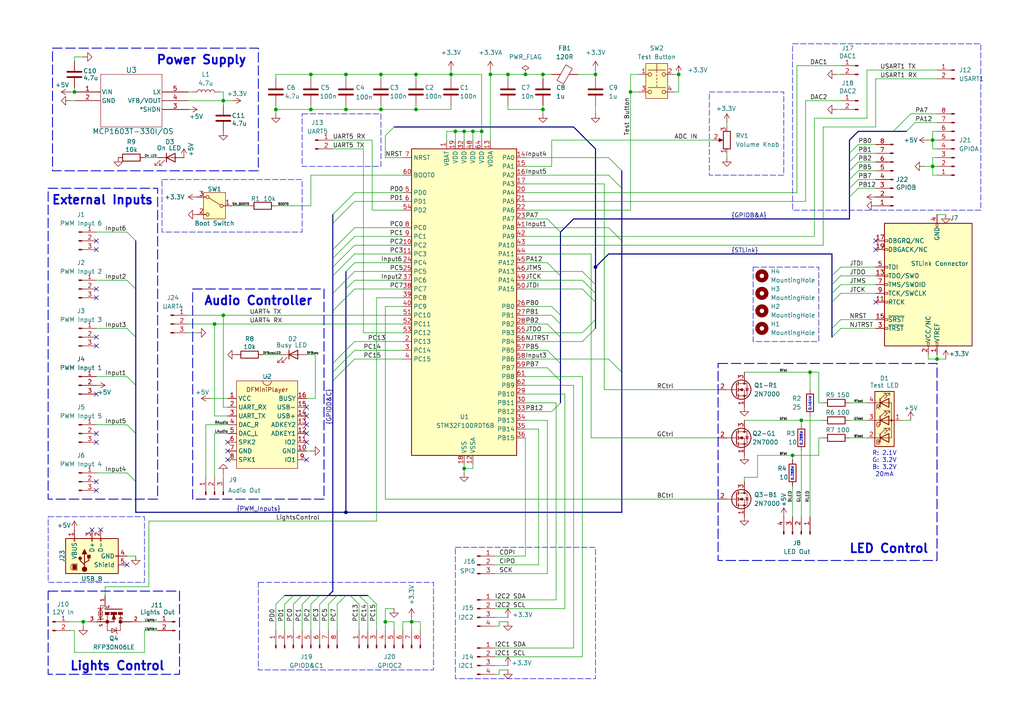
<source format=kicad_sch>
(kicad_sch (version 20231120) (generator "eeschema") (generator_version "8.0")
  (paper "A4")
  (title_block (title "Dalek Sound System V2") (date "2025-04-10") (comment 1 "By: Nick Maley"))
  (lib_symbols
    (symbol "2025-04-01_05-35-07:MCP1603T-330I_OS" (pin_names (offset 0.254))
      (property "Reference" "U" (at 0 11.43 0))
      (property "Value" "MCP1603T-330I/OS" (at 0 8.89 0))
      (symbol "MCP1603T-330I_OS_1_1"
        (pin power_in line (at -16.51 2.54 0) (length 7.62) (name "VIN") (number "1"))
        (pin power_in line (at -16.51 0 0) (length 7.62) (name "GND") (number "2"))
        (pin input line (at 16.51 -2.54 180) (length 7.62) (name "*SHDN") (number "3"))
        (pin power_out line (at 16.51 0 180) (length 7.62) (name "VFB/VOUT") (number "4"))
        (pin power_out line (at 16.51 2.54 180) (length 7.62) (name "LX") (number "5"))
      )
    )
    (symbol "Connector:Conn_01x02_Pin" (pin_names (offset 1.016) hide)
      (property "Reference" "J" (at 0 2.54 0))
      (property "Value" "Conn_01x02_Pin" (at 0 -5.08 0))
      (symbol "Conn_01x02_Pin_1_1"
        (pin passive line (at 5.08 0 180) (length 3.81) (name "Pin_1") (number "1"))
        (pin passive line (at 5.08 -2.54 180) (length 3.81) (name "Pin_2") (number "2"))
      )
    )
    (symbol "Connector:Conn_01x03_Pin" (pin_names (offset 1.016) hide)
      (property "Reference" "J" (at 0 5.08 0))
      (property "Value" "Conn_01x03_Pin" (at 0 -5.08 0))
      (symbol "Conn_01x03_Pin_1_1"
        (pin passive line (at 5.08 2.54 180) (length 3.81) (name "Pin_1") (number "1"))
        (pin passive line (at 5.08 0 180) (length 3.81) (name "Pin_2") (number "2"))
        (pin passive line (at 5.08 -2.54 180) (length 3.81) (name "Pin_3") (number "3"))
      )
    )
    (symbol "Connector:Conn_01x04_Pin" (pin_names (offset 1.016) hide)
      (property "Reference" "J" (at 0 5.08 0))
      (property "Value" "Conn_01x04_Pin" (at 0 -7.62 0))
      (symbol "Conn_01x04_Pin_1_1"
        (pin passive line (at 5.08 2.54 180) (length 3.81) (name "Pin_1") (number "1"))
        (pin passive line (at 5.08 0 180) (length 3.81) (name "Pin_2") (number "2"))
        (pin passive line (at 5.08 -2.54 180) (length 3.81) (name "Pin_3") (number "3"))
        (pin passive line (at 5.08 -5.08 180) (length 3.81) (name "Pin_4") (number "4"))
      )
    )
    (symbol "Connector:Conn_01x08_Pin" (pin_names (offset 1.016) hide)
      (property "Reference" "J" (at 0 10.16 0))
      (property "Value" "Conn_01x08_Pin" (at 0 -12.7 0))
      (symbol "Conn_01x08_Pin_1_1"
        (pin passive line (at 5.08 7.62 180) (length 3.81) (name "Pin_1") (number "1"))
        (pin passive line (at 5.08 5.08 180) (length 3.81) (name "Pin_2") (number "2"))
        (pin passive line (at 5.08 2.54 180) (length 3.81) (name "Pin_3") (number "3"))
        (pin passive line (at 5.08 0 180) (length 3.81) (name "Pin_4") (number "4"))
        (pin passive line (at 5.08 -2.54 180) (length 3.81) (name "Pin_5") (number "5"))
        (pin passive line (at 5.08 -5.08 180) (length 3.81) (name "Pin_6") (number "6"))
        (pin passive line (at 5.08 -7.62 180) (length 3.81) (name "Pin_7") (number "7"))
        (pin passive line (at 5.08 -10.16 180) (length 3.81) (name "Pin_8") (number "8"))
      )
    )
    (symbol "Connector:Conn_ARM_JTAG_SWD_20" (pin_names (offset 1.016))
      (property "Reference" "J" (at -5.08 21.59 0))
      (property "Value" "Conn_ARM_JTAG_SWD_20" (at -5.08 19.05 0))
      (symbol "Conn_ARM_JTAG_SWD_20_1_1"
        (pin power_in line (at -2.54 20.32 270) (length 2.54) (name "VTREF") (number "1"))
        (pin passive line (at -2.54 -20.32 90) (length 2.54) hide (name "GND") (number "10"))
        (pin input line (at 15.24 5.08 180) (length 2.54) (name "RTCK") (number "11"))
        (pin passive line (at -2.54 -20.32 90) (length 2.54) hide (name "GND") (number "12"))
        (pin input line (at 15.24 -2.54 180) (length 2.54) (name "TDO/SWO") (number "13"))
        (pin passive line (at -2.54 -20.32 90) (length 2.54) hide (name "GND") (number "14"))
        (pin bidirectional line (at 15.24 10.16 180) (length 2.54) (name "~{SRST}") (number "15"))
        (pin passive line (at -2.54 -20.32 90) (length 2.54) hide (name "GND") (number "16"))
        (pin output line (at 15.24 -12.7 180) (length 2.54) (name "DBGRQ/NC") (number "17"))
        (pin passive line (at -2.54 -20.32 90) (length 2.54) hide (name "GND") (number "18"))
        (pin input line (at 15.24 -10.16 180) (length 2.54) (name "DBGACK/NC") (number "19"))
        (pin power_in line (at 0 20.32 270) (length 2.54) (name "VCC/NC") (number "2"))
        (pin passive line (at -2.54 -20.32 90) (length 2.54) hide (name "GND") (number "20"))
        (pin output line (at 15.24 12.7 180) (length 2.54) (name "~{TRST}") (number "3"))
        (pin power_in line (at -2.54 -20.32 90) (length 2.54) (name "GND") (number "4"))
        (pin output line (at 15.24 -5.08 180) (length 2.54) (name "TDI") (number "5"))
        (pin passive line (at -2.54 -20.32 90) (length 2.54) hide (name "GND") (number "6"))
        (pin output line (at 15.24 0 180) (length 2.54) (name "TMS/SWDIO") (number "7"))
        (pin passive line (at -2.54 -20.32 90) (length 2.54) hide (name "GND") (number "8"))
        (pin output line (at 15.24 2.54 180) (length 2.54) (name "TCK/SWCLK") (number "9"))
      )
    )
    (symbol "Connector:USB_B" (pin_names (offset 1.016))
      (property "Reference" "J" (at -5.08 11.43 0))
      (property "Value" "USB_B" (at -5.08 8.89 0))
      (symbol "USB_B_1_1"
        (pin power_out line (at 7.62 5.08 180) (length 2.54) (name "VBUS") (number "1"))
        (pin bidirectional line (at 7.62 -2.54 180) (length 2.54) (name "D-") (number "2"))
        (pin bidirectional line (at 7.62 0 180) (length 2.54) (name "D+") (number "3"))
        (pin power_out line (at 0 -10.16 90) (length 2.54) (name "GND") (number "4"))
        (pin passive line (at -2.54 -10.16 90) (length 2.54) (name "Shield") (number "5"))
      )
    )
    (symbol "Device:C" (pin_numbers hide) (pin_names (offset 0.254))
      (property "Reference" "C" (at 0.635 2.54 0))
      (property "Value" "C" (at 0.635 -2.54 0))
      (symbol "C_1_1"
        (pin passive line (at 0 3.81 270) (length 2.794) (name "~") (number "1"))
        (pin passive line (at 0 -3.81 90) (length 2.794) (name "~") (number "2"))
      )
    )
    (symbol "Device:FerriteBead" (pin_numbers hide) (pin_names (offset 0))
      (property "Reference" "FB" (at -3.81 0.635 90))
      (property "Value" "FerriteBead" (at 3.81 0 90))
      (symbol "FerriteBead_1_1"
        (pin passive line (at 0 3.81 270) (length 2.54) (name "~") (number "1"))
        (pin passive line (at 0 -3.81 90) (length 2.54) (name "~") (number "2"))
      )
    )
    (symbol "Device:L" (pin_numbers hide) (pin_names (offset 1.016) hide)
      (property "Reference" "L" (at -1.27 0 90))
      (property "Value" "L" (at 1.905 0 90))
      (symbol "L_1_1"
        (pin passive line (at 0 3.81 270) (length 1.27) (name "1") (number "1"))
        (pin passive line (at 0 -3.81 90) (length 1.27) (name "2") (number "2"))
      )
    )
    (symbol "Device:LED" (pin_numbers hide) (pin_names (offset 1.016) hide)
      (property "Reference" "D" (at 0 2.54 0))
      (property "Value" "LED" (at 0 -2.54 0))
      (symbol "LED_1_1"
        (pin passive line (at -3.81 0 0) (length 2.54) (name "K") (number "1"))
        (pin passive line (at 3.81 0 180) (length 2.54) (name "A") (number "2"))
      )
    )
    (symbol "Device:LED_ABGR" (pin_names (offset 0) hide)
      (property "Reference" "D" (at 0 9.398 0))
      (property "Value" "LED_ABGR" (at 0 -8.89 0))
      (symbol "LED_ABGR_0_0"
        (text "B" (at -1.905 -6.35 0) (effects (font (size 1.27 1.27))))
        (text "G" (at -1.905 -1.27 0) (effects (font (size 1.27 1.27))))
        (text "R" (at -1.905 3.81 0) (effects (font (size 1.27 1.27))))
      )
      (symbol "LED_ABGR_1_1"
        (pin passive line (at 5.08 0 180) (length 2.54) (name "A") (number "1"))
        (pin passive line (at -5.08 -5.08 0) (length 2.54) (name "BK") (number "2"))
        (pin passive line (at -5.08 0 0) (length 2.54) (name "GK") (number "3"))
        (pin passive line (at -5.08 5.08 0) (length 2.54) (name "RK") (number "4"))
      )
    )
    (symbol "Device:R" (pin_numbers hide) (pin_names (offset 0))
      (property "Reference" "R" (at 2.032 0 90))
      (property "Value" "R" (at 0 0 90))
      (symbol "R_1_1"
        (pin passive line (at 0 3.81 270) (length 1.27) (name "~") (number "1"))
        (pin passive line (at 0 -3.81 90) (length 1.27) (name "~") (number "2"))
      )
    )
    (symbol "Device:R_Potentiometer" (pin_names (offset 1.016) hide)
      (property "Reference" "RV" (at -4.445 0 90))
      (property "Value" "R_Potentiometer" (at -2.54 0 90))
      (symbol "R_Potentiometer_1_1"
        (pin passive line (at 0 3.81 270) (length 1.27) (name "1") (number "1"))
        (pin passive line (at 3.81 0 180) (length 1.27) (name "2") (number "2"))
        (pin passive line (at 0 -3.81 90) (length 1.27) (name "3") (number "3"))
      )
    )
    (symbol "MCU_ST_STM32F1:STM32F100RDTx"
      (property "Reference" "U" (at -15.24 46.99 0))
      (property "Value" "STM32F100RDTx" (at 10.16 46.99 0))
      (symbol "STM32F100RDTx_1_1"
        (pin power_in line (at -5.08 48.26 270) (length 2.54) (name "VBAT") (number "1"))
        (pin bidirectional line (at -17.78 17.78 0) (length 2.54) (name "PC2") (number "10"))
        (pin bidirectional line (at -17.78 15.24 0) (length 2.54) (name "PC3") (number "11"))
        (pin power_in line (at 2.54 -45.72 90) (length 2.54) (name "VSSA") (number "12"))
        (pin power_in line (at 7.62 48.26 270) (length 2.54) (name "VDDA") (number "13"))
        (pin bidirectional line (at 17.78 43.18 180) (length 2.54) (name "PA0") (number "14"))
        (pin bidirectional line (at 17.78 40.64 180) (length 2.54) (name "PA1") (number "15"))
        (pin bidirectional line (at 17.78 38.1 180) (length 2.54) (name "PA2") (number "16"))
        (pin bidirectional line (at 17.78 35.56 180) (length 2.54) (name "PA3") (number "17"))
        (pin power_in line (at 0 -45.72 90) (length 2.54) (name "VSS") (number "18"))
        (pin power_in line (at -2.54 48.26 270) (length 2.54) (name "VDD") (number "19"))
        (pin bidirectional line (at -17.78 -10.16 0) (length 2.54) (name "PC13") (number "2"))
        (pin bidirectional line (at 17.78 33.02 180) (length 2.54) (name "PA4") (number "20"))
        (pin bidirectional line (at 17.78 30.48 180) (length 2.54) (name "PA5") (number "21"))
        (pin bidirectional line (at 17.78 27.94 180) (length 2.54) (name "PA6") (number "22"))
        (pin bidirectional line (at 17.78 25.4 180) (length 2.54) (name "PA7") (number "23"))
        (pin bidirectional line (at -17.78 12.7 0) (length 2.54) (name "PC4") (number "24"))
        (pin bidirectional line (at -17.78 10.16 0) (length 2.54) (name "PC5") (number "25"))
        (pin bidirectional line (at 17.78 0 180) (length 2.54) (name "PB0") (number "26"))
        (pin bidirectional line (at 17.78 -2.54 180) (length 2.54) (name "PB1") (number "27"))
        (pin bidirectional line (at 17.78 -5.08 180) (length 2.54) (name "PB2") (number "28"))
        (pin bidirectional line (at 17.78 -25.4 180) (length 2.54) (name "PB10") (number "29"))
        (pin bidirectional line (at -17.78 -12.7 0) (length 2.54) (name "PC14") (number "3"))
        (pin bidirectional line (at 17.78 -27.94 180) (length 2.54) (name "PB11") (number "30"))
        (pin passive line (at 0 -45.72 90) (length 2.54) hide (name "VSS") (number "31"))
        (pin power_in line (at 0 48.26 270) (length 2.54) (name "VDD") (number "32"))
        (pin bidirectional line (at 17.78 -30.48 180) (length 2.54) (name "PB12") (number "33"))
        (pin bidirectional line (at 17.78 -33.02 180) (length 2.54) (name "PB13") (number "34"))
        (pin bidirectional line (at 17.78 -35.56 180) (length 2.54) (name "PB14") (number "35"))
        (pin bidirectional line (at 17.78 -38.1 180) (length 2.54) (name "PB15") (number "36"))
        (pin bidirectional line (at -17.78 7.62 0) (length 2.54) (name "PC6") (number "37"))
        (pin bidirectional line (at -17.78 5.08 0) (length 2.54) (name "PC7") (number "38"))
        (pin bidirectional line (at -17.78 2.54 0) (length 2.54) (name "PC8") (number "39"))
        (pin bidirectional line (at -17.78 -15.24 0) (length 2.54) (name "PC15") (number "4"))
        (pin bidirectional line (at -17.78 0 0) (length 2.54) (name "PC9") (number "40"))
        (pin bidirectional line (at 17.78 22.86 180) (length 2.54) (name "PA8") (number "41"))
        (pin bidirectional line (at 17.78 20.32 180) (length 2.54) (name "PA9") (number "42"))
        (pin bidirectional line (at 17.78 17.78 180) (length 2.54) (name "PA10") (number "43"))
        (pin bidirectional line (at 17.78 15.24 180) (length 2.54) (name "PA11") (number "44"))
        (pin bidirectional line (at 17.78 12.7 180) (length 2.54) (name "PA12") (number "45"))
        (pin bidirectional line (at 17.78 10.16 180) (length 2.54) (name "PA13") (number "46"))
        (pin passive line (at 0 -45.72 90) (length 2.54) hide (name "VSS") (number "47"))
        (pin power_in line (at 2.54 48.26 270) (length 2.54) (name "VDD") (number "48"))
        (pin bidirectional line (at 17.78 7.62 180) (length 2.54) (name "PA14") (number "49"))
        (pin bidirectional line (at -17.78 33.02 0) (length 2.54) (name "PD0") (number "5"))
        (pin bidirectional line (at 17.78 5.08 180) (length 2.54) (name "PA15") (number "50"))
        (pin bidirectional line (at -17.78 -2.54 0) (length 2.54) (name "PC10") (number "51"))
        (pin bidirectional line (at -17.78 -5.08 0) (length 2.54) (name "PC11") (number "52"))
        (pin bidirectional line (at -17.78 -7.62 0) (length 2.54) (name "PC12") (number "53"))
        (pin bidirectional line (at -17.78 27.94 0) (length 2.54) (name "PD2") (number "54"))
        (pin bidirectional line (at 17.78 -7.62 180) (length 2.54) (name "PB3") (number "55"))
        (pin bidirectional line (at 17.78 -10.16 180) (length 2.54) (name "PB4") (number "56"))
        (pin bidirectional line (at 17.78 -12.7 180) (length 2.54) (name "PB5") (number "57"))
        (pin bidirectional line (at 17.78 -15.24 180) (length 2.54) (name "PB6") (number "58"))
        (pin bidirectional line (at 17.78 -17.78 180) (length 2.54) (name "PB7") (number "59"))
        (pin bidirectional line (at -17.78 30.48 0) (length 2.54) (name "PD1") (number "6"))
        (pin input line (at -17.78 38.1 0) (length 2.54) (name "BOOT0") (number "60"))
        (pin bidirectional line (at 17.78 -20.32 180) (length 2.54) (name "PB8") (number "61"))
        (pin bidirectional line (at 17.78 -22.86 180) (length 2.54) (name "PB9") (number "62"))
        (pin passive line (at 0 -45.72 90) (length 2.54) hide (name "VSS") (number "63"))
        (pin power_in line (at 5.08 48.26 270) (length 2.54) (name "VDD") (number "64"))
        (pin input line (at -17.78 43.18 0) (length 2.54) (name "NRST") (number "7"))
        (pin bidirectional line (at -17.78 22.86 0) (length 2.54) (name "PC0") (number "8"))
        (pin bidirectional line (at -17.78 20.32 0) (length 2.54) (name "PC1") (number "9"))
      )
    )
    (symbol "Mechanical:MountingHole" (pin_names (offset 1.016)) (exclude_from_sim yes) (in_bom no)
      (property "Reference" "H" (at 0 5.08 0))
      (property "Value" "MountingHole" (at 0 3.175 0))
    )
    (symbol "NicksSymbols:DFMiniPlayer"
      (property "Reference" "U" (at 0 0 0))
      (symbol "DFMiniPlayer_1_1"
        (text "DFMiniPlayer\n" (at 0 11.43 0) (effects (font (size 1.27 1.27))))
        (pin power_in line (at -11.43 8.89 0) (length 2.54) (name "VCC") (number "1"))
        (pin power_in line (at 11.43 -6.35 180) (length 2.54) (name "GND") (number "10"))
        (pin input line (at 11.43 -3.81 180) (length 2.54) (name "IO2") (number "11"))
        (pin input line (at 11.43 -1.27 180) (length 2.54) (name "ADKEY1") (number "12"))
        (pin input line (at 11.43 1.27 180) (length 2.54) (name "ADKEY2") (number "13"))
        (pin input line (at 11.43 3.81 180) (length 2.54) (name "USB+") (number "14"))
        (pin input line (at 11.43 6.35 180) (length 2.54) (name "USB-") (number "15"))
        (pin output line (at 11.43 8.89 180) (length 2.54) (name "BUSY") (number "16"))
        (pin input line (at -11.43 6.35 0) (length 2.54) (name "UART_RX") (number "2"))
        (pin output line (at -11.43 3.81 0) (length 2.54) (name "UART_TX") (number "3"))
        (pin output line (at -11.43 1.27 0) (length 2.54) (name "DAC_R") (number "4"))
        (pin output line (at -11.43 -1.27 0) (length 2.54) (name "DAC_L") (number "5"))
        (pin output line (at -11.43 -3.81 0) (length 2.54) (name "SPK2") (number "6"))
        (pin power_in line (at -11.43 -6.35 0) (length 2.54) (name "GND") (number "7"))
        (pin output line (at -11.43 -8.89 0) (length 2.54) (name "SPK1") (number "8"))
        (pin input line (at 11.43 -8.89 180) (length 2.54) (name "IO1") (number "9"))
      )
    )
    (symbol "NicksSymbols:RFP30N06LE" (pin_names (offset 1.016))
      (property "Reference" "Q" (at 5.0818 2.5409 0))
      (property "Value" "RFP30N06LE" (at 5.0888 -2.5444 0))
      (symbol "RFP30N06LE_0_0"
        (text "D" (at -1.5263 2.5438 0) (effects (font (size 0.814 0.814)) (justify left bottom)))
        (text "G" (at -4.8326 -1.2718 0) (effects (font (size 0.8139 0.8139)) (justify left bottom)))
        (text "S" (at 0.5336 -3.2524 0) (effects (font (size 0.8131 0.8131)) (justify left bottom)))
        (pin input line (at -7.62 -2.54 0) (length 2.54) (name "~") (number "1"))
        (pin power_in line (at 0 7.62 270) (length 2.54) (name "~") (number "2"))
        (pin power_in line (at 0 -7.62 90) (length 2.54) (name "~") (number "3"))
      )
    )
    (symbol "Switch:SW_Push_Dual" (pin_names (offset 1.016) hide)
      (property "Reference" "SW" (at 0 7.62 0))
      (property "Value" "SW_Push_Dual" (at 0 -6.35 0))
      (symbol "SW_Push_Dual_0_1"
        (pin passive line (at -5.08 2.54 0) (length 2.54) (name "1") (number "1"))
        (pin passive line (at 5.08 2.54 180) (length 2.54) (name "2") (number "2"))
        (pin passive line (at -5.08 -2.54 0) (length 2.54) (name "3") (number "3"))
        (pin passive line (at 5.08 -2.54 180) (length 2.54) (name "4") (number "4"))
      )
    )
    (symbol "Switch:SW_SPDT_312" (pin_names (offset 1) hide)
      (property "Reference" "SW" (at 0 5.08 0))
      (property "Value" "SW_SPDT_312" (at 0 -5.08 0))
      (symbol "SW_SPDT_312_1_1"
        (pin passive line (at -5.08 0 0) (length 2.54) (name "B") (number "1"))
        (pin passive line (at 5.08 -2.54 180) (length 2.54) (name "C") (number "2"))
        (pin passive line (at 5.08 2.54 180) (length 2.54) (name "A") (number "3"))
      )
    )
    (symbol "Transistor_FET:2N7000" (pin_names hide)
      (property "Reference" "Q" (at 5.08 1.905 0))
      (property "Value" "2N7000" (at 5.08 0 0))
      (symbol "2N7000_1_1"
        (pin passive line (at 2.54 -5.08 90) (length 2.54) (name "S") (number "1"))
        (pin input line (at -5.08 0 0) (length 2.54) (name "G") (number "2"))
        (pin passive line (at 2.54 5.08 270) (length 2.54) (name "D") (number "3"))
      )
    )
    (symbol "power:+3.3V" (power) (pin_numbers hide) (pin_names (offset 0) hide)
      (property "Value" "+3.3V" (at 0 3.556 0))
      (symbol "+3.3V_1_1"
        (pin power_in line (at 0 0 90) (length 0) (name "~") (number "1"))
      )
    )
    (symbol "power:+3.3VA" (power) (pin_numbers hide) (pin_names (offset 0) hide)
      (property "Value" "+3.3VA" (at 0 3.556 0))
      (symbol "+3.3VA_1_1"
        (pin power_in line (at 0 0 90) (length 0) (name "~") (number "1"))
      )
    )
    (symbol "power:+5V" (power) (pin_numbers hide) (pin_names (offset 0) hide)
      (property "Value" "+5V" (at 0 3.556 0))
      (symbol "+5V_1_1"
        (pin power_in line (at 0 0 90) (length 0) (name "~") (number "1"))
      )
    )
    (symbol "power:GND" (power) (pin_numbers hide) (pin_names (offset 0) hide)
      (property "Value" "GND" (at 0 -3.81 0))
      (symbol "GND_1_1"
        (pin power_in line (at 0 0 270) (length 0) (name "~") (number "1"))
      )
    )
    (symbol "power:PWR_FLAG" (power) (pin_numbers hide) (pin_names (offset 0) hide)
      (property "Value" "PWR_FLAG" (at 0 3.81 0))
      (symbol "PWR_FLAG_0_0"
        (pin power_out line (at 0 0 90) (length 0) (name "~") (number "1"))
      )
    )
  )
  (bus_alias "GPIOB&A" (members "PA7" "PA12" "PB0" "PB1" "PB2" "PB5" "PB7" "PB12"))
  (bus_alias "GPIOD&C" (members "PD0" "PD1" "PC0" "PC1" "PC2" "PC3" "PC5" "PC7" "PC13" "PC14" "PC15"))
  (bus_alias "PWM_Inputs" (members "Input1" "Input2" "Input3" "Input4" "Input5" "Input6"))
  (bus_alias "STLink" (members "JTDI" "JTDO" "JTMS" "JTCK" "NRST" "NJTRST"))
  (junction (at 182.88 26.67))
  (junction (at 172.72 21.59))
  (junction (at 139.7 38.1))
  (junction (at 157.48 21.59))
  (junction (at 111.76 180.34))
  (junction (at 132.08 38.1))
  (junction (at 152.4 21.59))
  (junction (at 120.65 31.75))
  (junction (at 110.49 31.75))
  (junction (at 229.87 132.08))
  (junction (at 100.33 148.59))
  (junction (at 142.24 21.59))
  (junction (at 64.77 91.44))
  (junction (at 100.33 31.75))
  (junction (at 100.33 21.59))
  (junction (at 64.77 29.21))
  (junction (at 130.81 21.59))
  (junction (at 134.62 38.1))
  (junction (at 134.62 135.89))
  (junction (at 270.51 40.64))
  (junction (at 120.65 21.59))
  (junction (at 271.78 104.14))
  (junction (at 137.16 38.1))
  (junction (at 21.59 26.67))
  (junction (at 157.48 31.75))
  (junction (at 90.17 31.75))
  (junction (at 80.01 31.75))
  (junction (at 234.95 107.95))
  (junction (at 62.23 93.98))
  (junction (at 172.72 77.47))
  (junction (at 196.85 21.59))
  (junction (at 147.32 21.59))
  (junction (at 24.13 180.34))
  (junction (at 119.38 180.34))
  (junction (at 232.41 121.92))
  (junction (at 90.17 21.59))
  (junction (at 110.49 21.59))
  (junction (at 270.51 48.26))
  (no_connect (at 66.04 130.81))
  (no_connect (at 254 69.85))
  (no_connect (at 27.94 125.73))
  (no_connect (at 66.04 128.27))
  (no_connect (at 88.9 133.35))
  (no_connect (at 27.94 69.85))
  (no_connect (at 254 72.39))
  (no_connect (at 88.9 125.73))
  (no_connect (at 27.94 97.79))
  (no_connect (at 88.9 118.11))
  (no_connect (at 36.83 163.83))
  (no_connect (at 88.9 128.27))
  (no_connect (at 27.94 128.27))
  (no_connect (at 66.04 133.35))
  (no_connect (at 27.94 114.3))
  (no_connect (at 27.94 86.36))
  (no_connect (at 29.21 153.67))
  (no_connect (at 88.9 123.19))
  (no_connect (at 27.94 83.82))
  (no_connect (at 254 87.63))
  (no_connect (at 27.94 72.39))
  (no_connect (at 27.94 142.24))
  (no_connect (at 27.94 100.33))
  (no_connect (at 27.94 139.7))
  (no_connect (at 26.67 153.67))
  (no_connect (at 88.9 120.65))
  (bus_entry (at 36.83 67.31) (size 2.54 2.54))
  (bus_entry (at 162.56 93.98) (size -2.54 -2.54))
  (bus_entry (at 80.01 175.26) (size 2.54 -2.54))
  (bus_entry (at 96.52 64.77) (size 2.54 -2.54))
  (bus_entry (at 36.83 95.25) (size 2.54 2.54))
  (bus_entry (at 96.52 90.17) (size 2.54 -2.54))
  (bus_entry (at 261.62 35.56) (size -2.54 2.54))
  (bus_entry (at 96.52 107.95) (size 2.54 -2.54))
  (bus_entry (at 170.18 95.25) (size 2.54 -2.54))
  (bus_entry (at 104.14 175.26) (size -2.54 -2.54))
  (bus_entry (at 102.87 76.2) (size -2.54 2.54))
  (bus_entry (at 246.38 54.61) (size 2.54 -2.54))
  (bus_entry (at 85.09 175.26) (size 2.54 -2.54))
  (bus_entry (at 95.25 175.26) (size 2.54 -2.54))
  (bus_entry (at 177.8 46.99) (size 2.54 2.54))
  (bus_entry (at 109.22 175.26) (size -2.54 -2.54))
  (bus_entry (at 90.17 175.26) (size 2.54 -2.54))
  (bus_entry (at 96.52 80.01) (size 2.54 -2.54))
  (bus_entry (at 241.3 82.55) (size 2.54 -2.54))
  (bus_entry (at 36.83 109.22) (size 2.54 2.54))
  (bus_entry (at 246.38 52.07) (size 2.54 -2.54))
  (bus_entry (at 170.18 80.01) (size 2.54 2.54))
  (bus_entry (at 162.56 97.79) (size -2.54 -2.54))
  (bus_entry (at 170.18 82.55) (size 2.54 2.54))
  (bus_entry (at 96.52 85.09) (size 2.54 -2.54))
  (bus_entry (at 177.8 52.07) (size 2.54 2.54))
  (bus_entry (at 162.56 67.31) (size -2.54 -2.54))
  (bus_entry (at 36.83 137.16) (size 2.54 2.54))
  (bus_entry (at 265.43 35.56) (size -2.54 2.54))
  (bus_entry (at 162.56 110.49) (size -2.54 -2.54))
  (bus_entry (at 36.83 81.28) (size 2.54 2.54))
  (bus_entry (at 162.56 80.01) (size -2.54 -2.54))
  (bus_entry (at 162.56 91.44) (size -2.54 -2.54))
  (bus_entry (at 111.76 39.37) (size 2.54 -2.54))
  (bus_entry (at 170.18 85.09) (size 2.54 2.54))
  (bus_entry (at 96.52 72.39) (size 2.54 -2.54))
  (bus_entry (at 96.52 62.23) (size 2.54 -2.54))
  (bus_entry (at 246.38 57.15) (size 2.54 -2.54))
  (bus_entry (at 241.3 95.25) (size 2.54 -2.54))
  (bus_entry (at 106.68 175.26) (size -2.54 -2.54))
  (bus_entry (at 96.52 110.49) (size 2.54 -2.54))
  (bus_entry (at 162.56 105.41) (size -2.54 -2.54))
  (bus_entry (at 87.63 175.26) (size 2.54 -2.54))
  (bus_entry (at 92.71 175.26) (size 2.54 -2.54))
  (bus_entry (at 96.52 74.93) (size 2.54 -2.54))
  (bus_entry (at 241.3 97.79) (size 2.54 -2.54))
  (bus_entry (at 241.3 80.01) (size 2.54 -2.54))
  (bus_entry (at 241.3 87.63) (size 2.54 -2.54))
  (bus_entry (at 246.38 46.99) (size 2.54 -2.54))
  (bus_entry (at 97.79 175.26) (size 2.54 -2.54))
  (bus_entry (at 246.38 44.45) (size 2.54 -2.54))
  (bus_entry (at 180.34 107.95) (size -2.54 -2.54))
  (bus_entry (at 177.8 67.31) (size 2.54 2.54))
  (bus_entry (at 96.52 77.47) (size 2.54 -2.54))
  (bus_entry (at 246.38 49.53) (size 2.54 -2.54))
  (bus_entry (at 162.56 116.84) (size -2.54 2.54))
  (bus_entry (at 36.83 123.19) (size 2.54 2.54))
  (bus_entry (at 102.87 81.28) (size -2.54 2.54))
  (bus_entry (at 170.18 97.79) (size 2.54 -2.54))
  (bus_entry (at 241.3 85.09) (size 2.54 -2.54))
  (bus_entry (at 96.52 105.41) (size 2.54 -2.54))
  (bus_entry (at 82.55 175.26) (size 2.54 -2.54))
  (wire (pts (xy 152.4 21.59) (xy 157.48 21.59)))
  (wire (pts (xy 90.17 50.8) (xy 116.84 50.8)))
  (wire (pts (xy 102.87 68.58) (xy 116.84 68.58)))
  (wire (pts (xy 99.06 62.23) (xy 102.87 58.42)))
  (bus (pts (xy 180.34 49.53) (xy 180.34 54.61)))
  (wire (pts (xy 229.87 132.08) (xy 229.87 133.35)))
  (wire (pts (xy 100.33 21.59) (xy 100.33 22.86)))
  (wire (pts (xy 116.84 104.14) (xy 102.87 104.14)))
  (wire (pts (xy 152.4 119.38) (xy 160.02 119.38)))
  (wire (pts (xy 99.06 102.87) (xy 102.87 99.06)))
  (wire (pts (xy 102.87 99.06) (xy 116.84 99.06)))
  (wire (pts (xy 60.96 115.57) (xy 66.04 115.57)))
  (wire (pts (xy 215.9 107.95) (xy 234.95 107.95)))
  (wire (pts (xy 158.75 76.2) (xy 160.02 77.47)))
  (wire (pts (xy 139.7 21.59) (xy 139.7 38.1)))
  (wire (pts (xy 111.76 45.72) (xy 111.76 39.37)))
  (bus (pts (xy 39.37 83.82) (xy 39.37 97.79)))
  (wire (pts (xy 62.23 93.98) (xy 62.23 120.65)))
  (bus (pts (xy 162.56 110.49) (xy 162.56 116.84)))
  (wire (pts (xy 91.44 102.87) (xy 91.44 115.57)))
  (wire (pts (xy 182.88 26.67) (xy 185.42 26.67)))
  (wire (pts (xy 242.57 31.75) (xy 243.84 31.75)))
  (wire (pts (xy 229.87 140.97) (xy 229.87 149.86)))
  (wire (pts (xy 158.75 121.92) (xy 158.75 166.37)))
  (bus (pts (xy 172.72 92.71) (xy 172.72 95.25)))
  (wire (pts (xy 137.16 38.1) (xy 134.62 38.1)))
  (wire (pts (xy 90.17 175.26) (xy 90.17 182.88)))
  (bus (pts (xy 241.3 80.01) (xy 241.3 82.55)))
  (wire (pts (xy 102.87 55.88) (xy 116.84 55.88)))
  (bus (pts (xy 180.34 107.95) (xy 180.34 148.59)))
  (wire (pts (xy 137.16 134.62) (xy 137.16 135.89)))
  (wire (pts (xy 119.38 179.07) (xy 119.38 180.34)))
  (wire (pts (xy 76.2 102.87) (xy 81.28 102.87)))
  (wire (pts (xy 271.78 38.1) (xy 270.51 38.1)))
  (wire (pts (xy 139.7 40.64) (xy 139.7 38.1)))
  (wire (pts (xy 102.87 78.74) (xy 116.84 78.74)))
  (wire (pts (xy 111.76 144.78) (xy 208.28 144.78)))
  (wire (pts (xy 90.17 21.59) (xy 100.33 21.59)))
  (wire (pts (xy 36.83 109.22) (xy 27.94 109.22)))
  (bus (pts (xy 87.63 172.72) (xy 90.17 172.72)))
  (wire (pts (xy 233.68 29.21) (xy 233.68 58.42)))
  (wire (pts (xy 168.91 78.74) (xy 170.18 80.01)))
  (wire (pts (xy 144.78 194.31) (xy 147.32 194.31)))
  (wire (pts (xy 96.52 40.64) (xy 107.95 40.64)))
  (wire (pts (xy 219.71 132.08) (xy 229.87 132.08)))
  (wire (pts (xy 185.42 21.59) (xy 182.88 21.59)))
  (wire (pts (xy 88.9 130.81) (xy 90.17 130.81)))
  (wire (pts (xy 24.13 180.34) (xy 25.4 180.34)))
  (bus (pts (xy 95.25 172.72) (xy 96.52 171.45)))
  (wire (pts (xy 36.83 123.19) (xy 27.94 123.19)))
  (wire (pts (xy 243.84 82.55) (xy 254 82.55)))
  (wire (pts (xy 30.48 170.18) (xy 43.18 170.18)))
  (wire (pts (xy 130.81 20.32) (xy 130.81 21.59)))
  (wire (pts (xy 80.01 22.86) (xy 80.01 21.59)))
  (bus (pts (xy 96.52 110.49) (xy 96.52 171.45)))
  (bus (pts (xy 96.52 77.47) (xy 96.52 74.93)))
  (bus (pts (xy 39.37 69.85) (xy 39.37 83.82)))
  (wire (pts (xy 82.55 182.88) (xy 82.55 175.26)))
  (wire (pts (xy 163.83 114.3) (xy 163.83 176.53)))
  (wire (pts (xy 130.81 21.59) (xy 139.7 21.59)))
  (bus (pts (xy 162.56 91.44) (xy 162.56 93.98)))
  (wire (pts (xy 143.51 190.5) (xy 168.91 190.5)))
  (wire (pts (xy 177.8 52.07) (xy 176.53 50.8)))
  (wire (pts (xy 21.59 182.88) (xy 21.59 189.23)))
  (wire (pts (xy 102.87 83.82) (xy 116.84 83.82)))
  (wire (pts (xy 99.06 59.69) (xy 102.87 55.88)))
  (wire (pts (xy 270.51 43.18) (xy 271.78 43.18)))
  (wire (pts (xy 269.24 104.14) (xy 271.78 104.14)))
  (wire (pts (xy 269.24 102.87) (xy 269.24 104.14)))
  (wire (pts (xy 168.91 109.22) (xy 168.91 190.5)))
  (wire (pts (xy 242.57 21.59) (xy 243.84 21.59)))
  (wire (pts (xy 100.33 31.75) (xy 110.49 31.75)))
  (wire (pts (xy 215.9 121.92) (xy 232.41 121.92)))
  (wire (pts (xy 64.77 137.16) (xy 64.77 138.43)))
  (wire (pts (xy 243.84 95.25) (xy 254 95.25)))
  (wire (pts (xy 152.4 127) (xy 152.4 161.29)))
  (bus (pts (xy 101.6 172.72) (xy 104.14 172.72)))
  (bus (pts (xy 104.14 172.72) (xy 106.68 172.72)))
  (wire (pts (xy 99.06 82.55) (xy 102.87 78.74)))
  (bus (pts (xy 96.52 105.41) (xy 96.52 90.17)))
  (wire (pts (xy 121.92 182.88) (xy 121.92 180.34)))
  (wire (pts (xy 64.77 91.44) (xy 116.84 91.44)))
  (wire (pts (xy 236.22 68.58) (xy 236.22 34.29)))
  (wire (pts (xy 248.92 52.07) (xy 254 52.07)))
  (wire (pts (xy 152.4 55.88) (xy 231.14 55.88)))
  (wire (pts (xy 152.4 93.98) (xy 158.75 93.98)))
  (wire (pts (xy 30.48 170.18) (xy 30.48 172.72)))
  (wire (pts (xy 161.29 116.84) (xy 161.29 173.99)))
  (bus (pts (xy 96.52 74.93) (xy 96.52 72.39)))
  (wire (pts (xy 231.14 55.88) (xy 231.14 19.05)))
  (wire (pts (xy 232.41 121.92) (xy 232.41 123.19)))
  (wire (pts (xy 90.17 59.69) (xy 90.17 50.8)))
  (wire (pts (xy 158.75 166.37) (xy 143.51 166.37)))
  (bus (pts (xy 248.92 38.1) (xy 246.38 40.64)))
  (wire (pts (xy 171.45 73.66) (xy 171.45 127)))
  (wire (pts (xy 134.62 135.89) (xy 134.62 137.16)))
  (wire (pts (xy 144.78 194.31) (xy 144.78 195.58)))
  (wire (pts (xy 270.51 40.64) (xy 271.78 40.64)))
  (bus (pts (xy 39.37 97.79) (xy 39.37 111.76)))
  (wire (pts (xy 137.16 135.89) (xy 134.62 135.89)))
  (bus (pts (xy 96.52 80.01) (xy 96.52 85.09)))
  (wire (pts (xy 156.21 163.83) (xy 143.51 163.83)))
  (wire (pts (xy 114.3 180.34) (xy 114.3 182.88)))
  (wire (pts (xy 147.32 30.48) (xy 147.32 31.75)))
  (wire (pts (xy 21.59 182.88) (xy 20.32 182.88)))
  (bus (pts (xy 39.37 148.59) (xy 100.33 148.59)))
  (wire (pts (xy 152.4 68.58) (xy 236.22 68.58)))
  (wire (pts (xy 27.94 81.28) (xy 36.83 81.28)))
  (wire (pts (xy 157.48 21.59) (xy 157.48 22.86)))
  (bus (pts (xy 180.34 54.61) (xy 180.34 69.85)))
  (wire (pts (xy 160.02 40.64) (xy 207.01 40.64)))
  (wire (pts (xy 248.92 46.99) (xy 254 46.99)))
  (wire (pts (xy 80.01 31.75) (xy 90.17 31.75)))
  (wire (pts (xy 102.87 104.14) (xy 99.06 107.95)))
  (wire (pts (xy 229.87 132.08) (xy 237.49 132.08)))
  (bus (pts (xy 176.53 73.66) (xy 172.72 77.47)))
  (bus (pts (xy 246.38 40.64) (xy 246.38 44.45)))
  (wire (pts (xy 144.78 180.34) (xy 144.78 181.61)))
  (wire (pts (xy 66.04 118.11) (xy 64.77 118.11)))
  (wire (pts (xy 95.25 175.26) (xy 95.25 182.88)))
  (wire (pts (xy 54.61 26.67) (xy 55.88 26.67)))
  (wire (pts (xy 41.91 45.72) (xy 45.72 45.72)))
  (bus (pts (xy 176.53 73.66) (xy 241.3 73.66)))
  (wire (pts (xy 90.17 30.48) (xy 90.17 31.75)))
  (wire (pts (xy 132.08 38.1) (xy 132.08 40.64)))
  (wire (pts (xy 152.4 111.76) (xy 166.37 111.76)))
  (bus (pts (xy 162.56 67.31) (xy 166.37 63.5)))
  (wire (pts (xy 54.61 91.44) (xy 64.77 91.44)))
  (wire (pts (xy 168.91 96.52) (xy 170.18 95.25)))
  (bus (pts (xy 162.56 93.98) (xy 162.56 97.79)))
  (wire (pts (xy 130.81 21.59) (xy 130.81 22.86)))
  (wire (pts (xy 102.87 76.2) (xy 116.84 76.2)))
  (wire (pts (xy 20.32 180.34) (xy 24.13 180.34)))
  (wire (pts (xy 116.84 45.72) (xy 111.76 45.72)))
  (bus (pts (xy 246.38 52.07) (xy 246.38 54.61)))
  (wire (pts (xy 142.24 20.32) (xy 142.24 21.59)))
  (bus (pts (xy 85.09 172.72) (xy 87.63 172.72)))
  (wire (pts (xy 24.13 16.51) (xy 21.59 16.51)))
  (wire (pts (xy 139.7 38.1) (xy 137.16 38.1)))
  (wire (pts (xy 109.22 86.36) (xy 116.84 86.36)))
  (bus (pts (xy 246.38 63.5) (xy 246.38 57.15)))
  (wire (pts (xy 254 36.83) (xy 238.76 36.83)))
  (bus (pts (xy 166.37 63.5) (xy 246.38 63.5)))
  (wire (pts (xy 111.76 180.34) (xy 114.3 180.34)))
  (wire (pts (xy 143.51 179.07) (xy 147.32 179.07)))
  (wire (pts (xy 104.14 175.26) (xy 104.14 182.88)))
  (wire (pts (xy 160.02 48.26) (xy 152.4 48.26)))
  (bus (pts (xy 96.52 110.49) (xy 96.52 107.95)))
  (wire (pts (xy 143.51 193.04) (xy 147.32 193.04)))
  (wire (pts (xy 177.8 105.41) (xy 176.53 104.14)))
  (wire (pts (xy 59.69 123.19) (xy 59.69 138.43)))
  (wire (pts (xy 232.41 121.92) (xy 238.76 121.92)))
  (wire (pts (xy 238.76 36.83) (xy 238.76 71.12)))
  (wire (pts (xy 264.16 121.92) (xy 261.62 121.92)))
  (bus (pts (xy 100.33 172.72) (xy 101.6 172.72)))
  (wire (pts (xy 152.4 109.22) (xy 168.91 109.22)))
  (wire (pts (xy 41.91 182.88) (xy 45.72 182.88)))
  (wire (pts (xy 21.59 16.51) (xy 21.59 17.78)))
  (wire (pts (xy 152.4 60.96) (xy 182.88 60.96)))
  (wire (pts (xy 251.46 20.32) (xy 271.78 20.32)))
  (wire (pts (xy 110.49 21.59) (xy 110.49 22.86)))
  (wire (pts (xy 102.87 81.28) (xy 116.84 81.28)))
  (wire (pts (xy 274.32 62.23) (xy 271.78 62.23)))
  (wire (pts (xy 265.43 35.56) (xy 271.78 35.56)))
  (wire (pts (xy 152.4 81.28) (xy 168.91 81.28)))
  (bus (pts (xy 97.79 172.72) (xy 100.33 172.72)))
  (wire (pts (xy 158.75 63.5) (xy 152.4 63.5)))
  (wire (pts (xy 147.32 22.86) (xy 147.32 21.59)))
  (wire (pts (xy 243.84 80.01) (xy 254 80.01)))
  (bus (pts (xy 241.3 87.63) (xy 241.3 95.25)))
  (bus (pts (xy 82.55 172.72) (xy 85.09 172.72)))
  (wire (pts (xy 215.9 138.43) (xy 219.71 138.43)))
  (wire (pts (xy 80.01 31.75) (xy 80.01 33.02)))
  (wire (pts (xy 67.31 29.21) (xy 64.77 29.21)))
  (wire (pts (xy 27.94 95.25) (xy 36.83 95.25)))
  (wire (pts (xy 270.51 50.8) (xy 270.51 48.26)))
  (wire (pts (xy 144.78 180.34) (xy 147.32 180.34)))
  (wire (pts (xy 99.06 72.39) (xy 102.87 68.58)))
  (wire (pts (xy 102.87 58.42) (xy 116.84 58.42)))
  (wire (pts (xy 172.72 30.48) (xy 172.72 33.02)))
  (wire (pts (xy 80.01 59.69) (xy 90.17 59.69)))
  (wire (pts (xy 158.75 76.2) (xy 152.4 76.2)))
  (wire (pts (xy 237.49 116.84) (xy 237.49 107.95)))
  (wire (pts (xy 85.09 175.26) (xy 85.09 182.88)))
  (wire (pts (xy 152.4 58.42) (xy 233.68 58.42)))
  (wire (pts (xy 248.92 44.45) (xy 254 44.45)))
  (bus (pts (xy 39.37 125.73) (xy 39.37 139.7)))
  (wire (pts (xy 111.76 176.53) (xy 114.3 176.53)))
  (wire (pts (xy 236.22 34.29) (xy 251.46 34.29)))
  (wire (pts (xy 158.75 106.68) (xy 152.4 106.68)))
  (wire (pts (xy 120.65 31.75) (xy 130.81 31.75)))
  (wire (pts (xy 21.59 25.4) (xy 21.59 26.67)))
  (wire (pts (xy 248.92 49.53) (xy 254 49.53)))
  (bus (pts (xy 248.92 38.1) (xy 259.08 38.1)))
  (wire (pts (xy 39.37 161.29) (xy 36.83 161.29)))
  (wire (pts (xy 234.95 120.65) (xy 234.95 149.86)))
  (bus (pts (xy 241.3 73.66) (xy 241.3 80.01)))
  (wire (pts (xy 156.21 124.46) (xy 156.21 163.83)))
  (wire (pts (xy 166.37 111.76) (xy 166.37 187.96)))
  (wire (pts (xy 246.38 127) (xy 251.46 127)))
  (wire (pts (xy 271.78 45.72) (xy 270.51 45.72)))
  (bus (pts (xy 246.38 46.99) (xy 246.38 49.53)))
  (bus (pts (xy 100.33 83.82) (xy 100.33 148.59)))
  (wire (pts (xy 157.48 31.75) (xy 157.48 30.48)))
  (wire (pts (xy 267.97 48.26) (xy 270.51 48.26)))
  (wire (pts (xy 90.17 21.59) (xy 90.17 22.86)))
  (wire (pts (xy 59.69 123.19) (xy 66.04 123.19)))
  (wire (pts (xy 152.4 50.8) (xy 176.53 50.8)))
  (wire (pts (xy 143.51 187.96) (xy 166.37 187.96)))
  (bus (pts (xy 162.56 105.41) (xy 162.56 110.49)))
  (wire (pts (xy 64.77 30.48) (xy 64.77 29.21)))
  (bus (pts (xy 96.52 77.47) (xy 96.52 80.01)))
  (wire (pts (xy 168.91 96.52) (xy 152.4 96.52)))
  (wire (pts (xy 129.54 38.1) (xy 129.54 40.64)))
  (wire (pts (xy 152.4 116.84) (xy 161.29 116.84)))
  (wire (pts (xy 147.32 21.59) (xy 152.4 21.59)))
  (wire (pts (xy 134.62 38.1) (xy 132.08 38.1)))
  (wire (pts (xy 195.58 21.59) (xy 196.85 21.59)))
  (bus (pts (xy 100.33 148.59) (xy 180.34 148.59)))
  (bus (pts (xy 172.72 77.47) (xy 172.72 82.55)))
  (wire (pts (xy 158.75 101.6) (xy 160.02 102.87)))
  (wire (pts (xy 80.01 21.59) (xy 90.17 21.59)))
  (wire (pts (xy 107.95 40.64) (xy 107.95 60.96)))
  (wire (pts (xy 64.77 118.11) (xy 64.77 91.44)))
  (wire (pts (xy 274.32 104.14) (xy 271.78 104.14)))
  (wire (pts (xy 102.87 101.6) (xy 99.06 105.41)))
  (wire (pts (xy 147.32 31.75) (xy 157.48 31.75)))
  (wire (pts (xy 152.4 161.29) (xy 143.51 161.29)))
  (wire (pts (xy 100.33 21.59) (xy 110.49 21.59)))
  (wire (pts (xy 119.38 180.34) (xy 116.84 180.34)))
  (wire (pts (xy 137.16 38.1) (xy 137.16 40.64)))
  (bus (pts (xy 166.37 36.83) (xy 172.72 43.18)))
  (wire (pts (xy 152.4 91.44) (xy 160.02 91.44)))
  (wire (pts (xy 40.64 180.34) (xy 45.72 180.34)))
  (wire (pts (xy 147.32 21.59) (xy 142.24 21.59)))
  (wire (pts (xy 152.4 114.3) (xy 163.83 114.3)))
  (wire (pts (xy 195.58 26.67) (xy 196.85 26.67)))
  (wire (pts (xy 62.23 125.73) (xy 66.04 125.73)))
  (wire (pts (xy 182.88 21.59) (xy 182.88 26.67)))
  (wire (pts (xy 246.38 116.84) (xy 251.46 116.84)))
  (bus (pts (xy 100.33 78.74) (xy 100.33 83.82)))
  (wire (pts (xy 64.77 26.67) (xy 63.5 26.67)))
  (wire (pts (xy 99.06 87.63) (xy 102.87 83.82)))
  (wire (pts (xy 120.65 30.48) (xy 120.65 31.75)))
  (wire (pts (xy 100.33 30.48) (xy 100.33 31.75)))
  (wire (pts (xy 99.06 74.93) (xy 102.87 71.12)))
  (wire (pts (xy 62.23 138.43) (xy 62.23 125.73)))
  (wire (pts (xy 134.62 38.1) (xy 134.62 40.64)))
  (bus (pts (xy 90.17 172.72) (xy 92.71 172.72)))
  (wire (pts (xy 168.91 99.06) (xy 152.4 99.06)))
  (wire (pts (xy 152.4 66.04) (xy 176.53 66.04)))
  (bus (pts (xy 96.52 64.77) (xy 96.52 72.39)))
  (bus (pts (xy 162.56 67.31) (xy 162.56 80.01)))
  (bus (pts (xy 241.3 95.25) (xy 241.3 97.79)))
  (wire (pts (xy 80.01 175.26) (xy 80.01 182.88)))
  (wire (pts (xy 111.76 180.34) (xy 111.76 182.88)))
  (wire (pts (xy 196.85 26.67) (xy 196.85 21.59)))
  (wire (pts (xy 27.94 137.16) (xy 36.83 137.16)))
  (wire (pts (xy 27.94 67.31) (xy 36.83 67.31)))
  (bus (pts (xy 39.37 139.7) (xy 39.37 148.59)))
  (wire (pts (xy 210.82 35.56) (xy 210.82 36.83)))
  (wire (pts (xy 110.49 30.48) (xy 110.49 31.75)))
  (wire (pts (xy 120.65 21.59) (xy 120.65 22.86)))
  (wire (pts (xy 168.91 81.28) (xy 170.18 82.55)))
  (wire (pts (xy 43.18 151.13) (xy 43.18 170.18)))
  (wire (pts (xy 152.4 71.12) (xy 238.76 71.12)))
  (wire (pts (xy 64.77 26.67) (xy 64.77 29.21)))
  (wire (pts (xy 21.59 189.23) (xy 41.91 189.23)))
  (wire (pts (xy 152.4 73.66) (xy 171.45 73.66)))
  (wire (pts (xy 152.4 83.82) (xy 168.91 83.82)))
  (wire (pts (xy 54.61 93.98) (xy 62.23 93.98)))
  (bus (pts (xy 96.52 90.17) (xy 96.52 85.09)))
  (wire (pts (xy 160.02 64.77) (xy 158.75 63.5)))
  (bus (pts (xy 162.56 97.79) (xy 162.56 105.41)))
  (wire (pts (xy 237.49 116.84) (xy 238.76 116.84)))
  (wire (pts (xy 105.41 96.52) (xy 116.84 96.52)))
  (wire (pts (xy 234.95 107.95) (xy 237.49 107.95)))
  (wire (pts (xy 116.84 180.34) (xy 116.84 182.88)))
  (wire (pts (xy 110.49 21.59) (xy 120.65 21.59)))
  (wire (pts (xy 62.23 120.65) (xy 66.04 120.65)))
  (wire (pts (xy 264.16 33.02) (xy 271.78 33.02)))
  (wire (pts (xy 41.91 182.88) (xy 41.91 189.23)))
  (wire (pts (xy 270.51 48.26) (xy 271.78 48.26)))
  (wire (pts (xy 215.9 138.43) (xy 215.9 139.7)))
  (wire (pts (xy 219.71 132.08) (xy 219.71 138.43)))
  (wire (pts (xy 80.01 30.48) (xy 80.01 31.75)))
  (bus (pts (xy 92.71 172.72) (xy 95.25 172.72)))
  (wire (pts (xy 107.95 60.96) (xy 116.84 60.96)))
  (wire (pts (xy 62.23 93.98) (xy 116.84 93.98)))
  (wire (pts (xy 152.4 45.72) (xy 176.53 45.72)))
  (wire (pts (xy 90.17 31.75) (xy 100.33 31.75)))
  (wire (pts (xy 120.65 21.59) (xy 130.81 21.59)))
  (wire (pts (xy 88.9 102.87) (xy 91.44 102.87)))
  (bus (pts (xy 259.08 38.1) (xy 262.89 38.1)))
  (wire (pts (xy 91.44 115.57) (xy 88.9 115.57)))
  (wire (pts (xy 237.49 127) (xy 237.49 132.08)))
  (wire (pts (xy 231.14 19.05) (xy 243.84 19.05)))
  (bus (pts (xy 96.52 107.95) (xy 96.52 105.41)))
  (bus (pts (xy 39.37 111.76) (xy 39.37 125.73)))
  (wire (pts (xy 251.46 34.29) (xy 251.46 20.32)))
  (wire (pts (xy 110.49 31.75) (xy 120.65 31.75)))
  (wire (pts (xy 54.61 96.52) (xy 57.15 96.52)))
  (wire (pts (xy 158.75 101.6) (xy 152.4 101.6)))
  (bus (pts (xy 246.38 54.61) (xy 246.38 57.15)))
  (wire (pts (xy 105.41 43.18) (xy 105.41 96.52)))
  (wire (pts (xy 87.63 182.88) (xy 87.63 175.26)))
  (wire (pts (xy 243.84 77.47) (xy 254 77.47)))
  (wire (pts (xy 172.72 20.32) (xy 172.72 21.59)))
  (wire (pts (xy 143.51 176.53) (xy 163.83 176.53)))
  (wire (pts (xy 111.76 176.53) (xy 111.76 180.34)))
  (bus (pts (xy 246.38 49.53) (xy 246.38 52.07)))
  (wire (pts (xy 177.8 46.99) (xy 176.53 45.72)))
  (wire (pts (xy 270.51 45.72) (xy 270.51 48.26)))
  (bus (pts (xy 95.25 172.72) (xy 97.79 172.72)))
  (wire (pts (xy 175.26 113.03) (xy 208.28 113.03)))
  (wire (pts (xy 237.49 127) (xy 238.76 127)))
  (wire (pts (xy 99.06 77.47) (xy 102.87 73.66)))
  (wire (pts (xy 134.62 134.62) (xy 134.62 135.89)))
  (wire (pts (xy 106.68 175.26) (xy 106.68 182.88)))
  (wire (pts (xy 20.32 26.67) (xy 21.59 26.67)))
  (bus (pts (xy 96.52 62.23) (xy 96.52 64.77)))
  (wire (pts (xy 97.79 175.26) (xy 97.79 182.88)))
  (wire (pts (xy 269.24 40.64) (xy 270.51 40.64)))
  (wire (pts (xy 96.52 43.18) (xy 105.41 43.18)))
  (wire (pts (xy 152.4 124.46) (xy 156.21 124.46)))
  (wire (pts (xy 271.78 104.14) (xy 271.78 102.87)))
  (wire (pts (xy 20.32 29.21) (xy 21.59 29.21)))
  (wire (pts (xy 143.51 173.99) (xy 161.29 173.99)))
  (bus (pts (xy 172.72 43.18) (xy 172.72 77.47)))
  (wire (pts (xy 270.51 38.1) (xy 270.51 40.64)))
  (wire (pts (xy 171.45 127) (xy 208.28 127)))
  (wire (pts (xy 160.02 95.25) (xy 158.75 93.98)))
  (wire (pts (xy 102.87 71.12) (xy 116.84 71.12)))
  (wire (pts (xy 102.87 73.66) (xy 116.84 73.66)))
  (wire (pts (xy 144.78 195.58) (xy 143.51 195.58)))
  (wire (pts (xy 43.18 151.13) (xy 109.22 151.13)))
  (wire (pts (xy 175.26 53.34) (xy 175.26 113.03)))
  (wire (pts (xy 167.64 21.59) (xy 172.72 21.59)))
  (bus (pts (xy 162.56 80.01) (xy 162.56 91.44)))
  (wire (pts (xy 254 22.86) (xy 254 36.83)))
  (wire (pts (xy 271.78 22.86) (xy 254 22.86)))
  (bus (pts (xy 172.72 85.09) (xy 172.72 82.55)))
  (wire (pts (xy 248.92 54.61) (xy 254 54.61)))
  (wire (pts (xy 142.24 21.59) (xy 142.24 40.64)))
  (wire (pts (xy 160.02 107.95) (xy 158.75 106.68)))
  (wire (pts (xy 270.51 40.64) (xy 270.51 43.18)))
  (wire (pts (xy 243.84 85.09) (xy 254 85.09)))
  (wire (pts (xy 54.61 29.21) (xy 64.77 29.21)))
  (wire (pts (xy 92.71 175.26) (xy 92.71 182.88)))
  (wire (pts (xy 72.39 59.69) (xy 67.31 59.69)))
  (wire (pts (xy 152.4 78.74) (xy 168.91 78.74)))
  (wire (pts (xy 177.8 67.31) (xy 176.53 66.04)))
  (bus (pts (xy 180.34 69.85) (xy 180.34 107.95)))
  (wire (pts (xy 144.78 181.61) (xy 143.51 181.61)))
  (wire (pts (xy 111.76 88.9) (xy 111.76 144.78)))
  (wire (pts (xy 210.82 44.45) (xy 210.82 45.72)))
  (wire (pts (xy 261.62 35.56) (xy 264.16 33.02)))
  (wire (pts (xy 271.78 50.8) (xy 270.51 50.8)))
  (wire (pts (xy 243.84 29.21) (xy 233.68 29.21)))
  (bus (pts (xy 172.72 85.09) (xy 172.72 87.63)))
  (wire (pts (xy 152.4 121.92) (xy 158.75 121.92)))
  (wire (pts (xy 157.48 21.59) (xy 160.02 21.59)))
  (wire (pts (xy 182.88 26.67) (xy 182.88 60.96)))
  (wire (pts (xy 160.02 40.64) (xy 160.02 48.26)))
  (wire (pts (xy 168.91 99.06) (xy 170.18 97.79)))
  (wire (pts (xy 152.4 88.9) (xy 160.02 88.9)))
  (wire (pts (xy 254 41.91) (xy 248.92 41.91)))
  (wire (pts (xy 157.48 31.75) (xy 157.48 33.02)))
  (wire (pts (xy 102.87 66.04) (xy 116.84 66.04)))
  (wire (pts (xy 116.84 101.6) (xy 102.87 101.6)))
  (wire (pts (xy 152.4 104.14) (xy 176.53 104.14)))
  (wire (pts (xy 119.38 180.34) (xy 119.38 182.88)))
  (wire (pts (xy 243.84 92.71) (xy 254 92.71)))
  (wire (pts (xy 170.18 85.09) (xy 168.91 83.82)))
  (bus (pts (xy 246.38 44.45) (xy 246.38 46.99)))
  (wire (pts (xy 109.22 175.26) (xy 109.22 182.88)))
  (wire (pts (xy 24.13 180.34) (xy 24.13 181.61)))
  (wire (pts (xy 116.84 88.9) (xy 111.76 88.9)))
  (wire (pts (xy 234.95 107.95) (xy 234.95 113.03)))
  (bus (pts (xy 241.3 82.55) (xy 241.3 85.09)))
  (wire (pts (xy 121.92 180.34) (xy 119.38 180.34)))
  (bus (pts (xy 172.72 87.63) (xy 172.72 92.71)))
  (wire (pts (xy 152.4 53.34) (xy 175.26 53.34)))
  (wire (pts (xy 172.72 21.59) (xy 172.72 22.86)))
  (wire (pts (xy 232.41 130.81) (xy 232.41 149.86)))
  (wire (pts (xy 246.38 121.92) (xy 251.46 121.92)))
  (wire (pts (xy 130.81 31.75) (xy 130.81 30.48)))
  (wire (pts (xy 109.22 86.36) (xy 109.22 151.13)))
  (bus (pts (xy 114.3 36.83) (xy 166.37 36.83)))
  (bus (pts (xy 241.3 85.09) (xy 241.3 87.63)))
  (wire (pts (xy 99.06 69.85) (xy 102.87 66.04)))
  (wire (pts (xy 132.08 38.1) (xy 129.54 38.1)))
  (rectangle (start 87.63 33.02) (end 110.49 48.26) (stroke (width 0) (type dash)))
  (rectangle (start 208.28 105.41) (end 271.78 162.56) (stroke (width 0.254) (type dash)))
  (rectangle (start 218.44 77.47) (end 237.49 99.06) (stroke (width 0) (type dash)))
  (rectangle (start 15.24 13.97) (end 74.93 49.53) (stroke (width 0.254) (type dash)))
  (rectangle (start 13.97 54.61) (end 45.72 144.78) (stroke (width 0.254) (type dash)))
  (rectangle (start 46.99 52.07) (end 87.63 67.31) (stroke (width 0) (type dash)))
  (rectangle (start 74.93 168.91) (end 125.73 194.31) (stroke (width 0) (type dash)))
  (rectangle (start 13.97 149.86) (end 41.91 168.91) (stroke (width 0) (type dash)))
  (rectangle (start 13.97 171.45) (end 52.07 195.58) (stroke (width 0.254) (type dash)))
  (rectangle (start 229.87 12.7) (end 284.48 60.96) (stroke (width 0) (type dash)))
  (rectangle (start 55.88 83.82) (end 93.98 144.78) (stroke (width 0.254) (type dash)))
  (rectangle (start 205.74 26.67) (end 227.33 50.8) (stroke (width 0) (type dash)))
  (rectangle (start 132.08 158.75) (end 172.72 196.85) (stroke (width 0) (type dash)))
  (text "R: 2.1V\nG: 3.2V\nB: 3.2V\n20mA" (at 256.54 134.62 0) (effects (font (size 1.27 1.27))))
  (text "LED Control" (at 257.81 159.258 0) (effects (font (size 2.54 2.54) (thickness 0.508) (bold yes))))
  (text "0.464W" (at 234.95 117.094 90) (effects (font (size 0.762 0.762))))
  (text "Audio Controller" (at 74.93 87.376 0) (effects (font (size 2.54 2.54) (thickness 0.508) (bold yes))))
  (text "Lights Control" (at 34.036 193.294 0) (effects (font (size 2.54 2.54) (thickness 0.508) (bold yes))))
  (text "External Inputs\n" (at 29.718 58.166 0) (effects (font (size 2.54 2.54) (thickness 0.508) (bold yes))))
  (text "0.288W" (at 232.41 127.254 90) (effects (font (size 0.762 0.762))))
  (text "0.288W" (at 229.87 137.414 90) (effects (font (size 0.762 0.762))))
  (text "Power Supply\n" (at 58.42 17.526 0) (effects (font (size 2.54 2.54) (thickness 0.508) (bold yes))))
  (label "NJTRST" (at 246.38 95.25 0))
  (label "PD1" (at 113.03 58.42 0))
  (label "PB0" (at 248.92 41.91 0))
  (label "RLED" (at 234.95 142.24 270) (effects (font (size 0.889 0.889))))
  (label "PC1" (at 87.63 180.34 90))
  (label "DFBusy" (at 88.9 102.87 0) (effects (font (size 0.635 0.635))))
  (label "PB12" (at 152.4 119.38 0))
  (label "BTest" (at 247.65 127 0) (effects (font (size 0.635 0.635))))
  (label "Input3" (at 30.48 95.25 0))
  (label "I2C2 SDA" (at 143.51 173.99 0))
  (label "Input6" (at 30.48 67.31 0))
  (label "PC2" (at 113.03 71.12 0))
  (label "NRST" (at 246.38 92.71 0))
  (label "BCtrl" (at 190.5 144.78 0))
  (label "JTMS" (at 246.38 82.55 0))
  (label "PA7" (at 265.43 33.02 0))
  (label "RAudio" (at 62.23 123.19 0) (effects (font (size 0.762 0.762))))
  (label "PC13" (at 104.14 180.34 90))
  (label "JTCK" (at 246.38 85.09 0))
  (label "PA12" (at 152.4 76.2 0))
  (label "PC15" (at 109.22 180.34 90))
  (label "DFBusyLED" (at 76.2 102.87 0) (effects (font (size 0.635 0.635))))
  (label "Input4" (at 30.48 137.16 0))
  (label "RFet" (at 226.06 107.95 0) (effects (font (size 0.635 0.635))))
  (label "PC5" (at 95.25 180.34 90))
  (label "GTest" (at 247.65 121.92 0) (effects (font (size 0.635 0.635))))
  (label "PB1" (at 248.92 44.45 0))
  (label "PC7" (at 97.79 180.34 90))
  (label "LightsControl" (at 80.01 151.13 0))
  (label "RCtrl" (at 190.5 113.03 0))
  (label "JTDI" (at 152.4 83.82 0))
  (label "Input5" (at 152.4 50.8 0))
  (label "NJTRST" (at 152.4 99.06 0))
  (label "PB7" (at 248.92 52.07 0))
  (label "GCtrl" (at 190.5 127 0))
  (label "PD0" (at 113.03 55.88 0))
  (label "PC15" (at 105.41 104.14 0))
  (label "PB5" (at 248.92 49.53 0))
  (label "PC5" (at 113.03 78.74 0))
  (label "DAC1" (at 234.95 19.05 0))
  (label "SCK" (at 144.78 166.37 0))
  (label "BFet" (at 226.06 132.08 0) (effects (font (size 0.635 0.635))))
  (label "PC3" (at 92.71 180.34 90))
  (label "I2C1 SDA" (at 143.51 187.96 0))
  (label "COPI" (at 144.78 161.29 0))
  (label "JTDO" (at 152.4 96.52 0))
  (label "UART5 RX" (at 96.52 40.64 0))
  (label "PC7" (at 113.03 83.82 0))
  (label "{STLink}" (at 212.09 73.66 0))
  (label "PC13" (at 106.68 99.06 0))
  (label "Input3" (at 152.4 104.14 0))
  (label "PB1" (at 152.4 91.44 0))
  (label "JTMS" (at 152.4 78.74 0))
  (label "PB12" (at 248.92 54.61 0))
  (label "JTDO" (at 246.38 80.01 0))
  (label "GFet" (at 226.06 121.92 0) (effects (font (size 0.635 0.635))))
  (label "{GPIOD&C}" (at 96.52 123.19 90))
  (label "{PWM_Inputs}" (at 68.58 148.59 0))
  (label "NRST" (at 111.76 45.72 0))
  (label "DAC2" (at 234.95 29.21 0))
  (label "Input2" (at 110.49 81.28 0))
  (label "PD0" (at 80.01 176.53 270))
  (label "LAudio" (at 62.23 125.73 0) (effects (font (size 0.762 0.762))))
  (label "PC0" (at 113.03 66.04 0))
  (label "Input1" (at 152.4 66.04 0))
  (label "Input6" (at 110.49 76.2 0))
  (label "Input2" (at 30.48 81.28 0))
  (label "I2C1 SCL" (at 143.51 190.5 0))
  (label "PD1" (at 82.55 180.34 90))
  (label "BLED" (at 229.87 142.24 270) (effects (font (size 0.889 0.889))))
  (label "BOOT0" (at 83.82 59.69 180) (effects (font (size 0.635 0.635))))
  (label "Test Button" (at 182.88 39.37 90))
  (label "SW_BOOT0" (at 72.39 59.69 180) (effects (font (size 0.635 0.635))))
  (label "USART1 TX" (at 255.27 20.32 0))
  (label "Lights+" (at 41.91 182.88 0) (effects (font (size 0.635 0.635))))
  (label "PA12" (at 265.43 35.56 0))
  (label "On LED" (at 41.91 45.72 0) (effects (font (size 0.635 0.635) (bold yes))))
  (label "RTest" (at 247.65 116.84 0) (effects (font (size 0.635 0.635))))
  (label "PB0" (at 152.4 88.9 0))
  (label "Input5" (at 30.48 123.19 0))
  (label "UART5 TX" (at 96.52 43.18 0))
  (label "PC1" (at 113.03 68.58 0))
  (label "CIPO" (at 144.78 163.83 0))
  (label "ADC IN" (at 195.58 40.64 0))
  (label "UART4 RX" (at 72.39 93.98 0))
  (label "JTCK" (at 152.4 81.28 0))
  (label "Input1" (at 30.48 109.22 0))
  (label "Input4" (at 152.4 45.72 0))
  (label "PC2" (at 90.17 180.34 90))
  (label "PA7" (at 152.4 63.5 0))
  (label "PC14" (at 105.41 101.6 0))
  (label "Lights-" (at 41.91 180.34 0) (effects (font (size 0.635 0.635))))
  (label "USART1 RX" (at 255.27 22.86 0))
  (label "PB7" (at 152.4 106.68 0))
  (label "PB2" (at 152.4 93.98 0))
  (label "JTDI" (at 246.38 77.47 0))
  (label "PB2" (at 248.92 46.99 0))
  (label "PC3" (at 113.03 73.66 0))
  (label "{GPIOB&A}" (at 212.09 63.5 0))
  (label "I2C2 SCL" (at 143.51 176.53 0))
  (label "PC14" (at 106.68 180.34 90))
  (label "UART4 TX" (at 72.39 91.44 0))
  (label "GLED" (at 232.41 142.24 270) (effects (font (size 0.889 0.889))))
  (label "PB5" (at 152.4 101.6 0))
  (label "PC0" (at 85.09 180.34 90))
  (symbol (lib_id "Device:C") (at 64.77 34.29 180) (unit 1)
    (property "Reference" "C11" (at 71.12 33.528 0) (effects (justify left)))
    (property "Value" "4.7u" (at 71.628 35.814 0) (effects (justify left)))
    (property "Footprint" "Capacitor_SMD:C_0402_1005Metric_Pad0.74x0.62mm_HandSolder" (effects (hide yes)))
    (property "Datasheet" "https://www.digikey.com/en/products/detail/samsung-electro-mechanics/CL05A475MP5NRNC/3887140" (effects (hide yes)))
    (property "Description" "Unpolarized capacitor" (effects (hide yes)))
  )
  (symbol (lib_id "Device:R") (at 242.57 121.92 90) (unit 1)
    (property "Reference" "R6" (at 240.792 119.634 90))
    (property "Value" "100" (at 244.602 119.634 90))
    (property "Footprint" "Resistor_SMD:R_0603_1608Metric_Pad0.98x0.95mm_HandSolder" (effects (hide yes)))
    (property "Datasheet" "https://www.digikey.com/en/products/detail/yageo/RC0603FR-07100RL/726888" (effects (hide yes)))
    (property "Description" "Resistor" (effects (hide yes)))
  )
  (symbol (lib_id "Device:LED") (at 49.53 45.72 0) (unit 1)
    (property "Reference" "D3" (at 49.276 41.148 0))
    (property "Value" "On LED" (at 49.022 42.926 0))
    (property "Footprint" "LED_THT:LED_D5.0mm" (effects (hide yes)))
    (property "Description" "Light emitting diode" (effects (hide yes)))
  )
  (symbol (lib_id "Connector:Conn_01x03_Pin") (at 22.86 97.79 0) (unit 1)
    (property "Reference" "J3" (at 23.495 90.17 0))
    (property "Value" "PWM Input 3" (at 23.495 92.71 0))
    (property "Footprint" "Connector_PinHeader_2.54mm:PinHeader_1x03_P2.54mm_Vertical" (effects (hide yes)))
    (property "Description" "Generic connector, single row, 01x03, script generated" (effects (hide yes)))
  )
  (symbol (lib_id "Device:C") (at 147.32 26.67 0) (unit 1)
    (property "Reference" "C7" (at 151.13 25.3999 0) (effects (justify left)))
    (property "Value" "10n" (at 151.13 27.9399 0) (effects (justify left)))
    (property "Footprint" "Capacitor_SMD:C_0402_1005Metric_Pad0.74x0.62mm_HandSolder" (effects (hide yes)))
    (property "Datasheet" "https://www.digikey.com/en/products/detail/kemet/C0402C103K4RACTU/411040" (effects (hide yes)))
    (property "Description" "Unpolarized capacitor" (effects (hide yes)))
  )
  (symbol (lib_id "power:GND") (at 147.32 180.34 0) (unit 1)
    (property "Reference" "#PWR035" (effects (hide yes)))
    (property "Value" "GND" (effects (hide yes)))
    (property "Description" "Power symbol creates a global label with name \"GND\" , ground" (effects (hide yes)))
  )
  (symbol (lib_id "power:+3.3V") (at 147.32 193.04 0) (unit 1)
    (property "Reference" "#PWR038" (effects (hide yes)))
    (property "Value" "+3.3V" (at 148.336 192.278 0) (effects (justify left)))
    (property "Description" "Power symbol creates a global label with name \"+3.3V\"" (effects (hide yes)))
  )
  (symbol (lib_id "Device:C") (at 157.48 26.67 0) (unit 1)
    (property "Reference" "C8" (at 161.29 25.3999 0) (effects (justify left)))
    (property "Value" "1u" (at 161.29 27.9399 0) (effects (justify left)))
    (property "Footprint" "Capacitor_SMD:C_0402_1005Metric_Pad0.74x0.62mm_HandSolder" (effects (hide yes)))
    (property "Datasheet" "https://www.digikey.com/en/products/detail/taiyo-yuden/EMK105BJ105KV-F/2230262" (effects (hide yes)))
    (property "Description" "Unpolarized capacitor" (effects (hide yes)))
  )
  (symbol (lib_id "Connector:Conn_01x04_Pin") (at 138.43 190.5 0) (unit 1)
    (property "Reference" "J14" (at 137.414 190.5 0) (effects (justify right)))
    (property "Value" "I2C1" (at 137.414 193.04 0) (effects (justify right)))
    (property "Footprint" "Connector_PinHeader_2.54mm:PinHeader_1x04_P2.54mm_Vertical" (effects (hide yes)))
    (property "Description" "Generic connector, single row, 01x04, script generated" (effects (hide yes)))
  )
  (symbol (lib_id "Device:C") (at 80.01 26.67 0) (unit 1)
    (property "Reference" "C6" (at 83.058 25.4 0) (effects (justify left)))
    (property "Value" "4.7u" (at 82.55 27.94 0) (effects (justify left)))
    (property "Footprint" "Capacitor_SMD:C_0402_1005Metric_Pad0.74x0.62mm_HandSolder" (effects (hide yes)))
    (property "Datasheet" "https://www.digikey.com/en/products/detail/samsung-electro-mechanics/CL05A475MP5NRNC/3887140" (effects (hide yes)))
    (property "Description" "Unpolarized capacitor" (effects (hide yes)))
  )
  (symbol (lib_id "NicksSymbols:DFMiniPlayer") (at 77.47 124.46 0) (unit 1)
    (property "Reference" "U2" (at 77.47 109.22 0))
    (property "Value" "~" (at 77.47 109.22 0))
    (property "Footprint" "NickLib:DFMiniPlayer" (effects (hide yes)))
  )
  (symbol (lib_id "MCU_ST_STM32F1:STM32F100RDTx") (at 134.62 88.9 0) (unit 1)
    (property "Reference" "U1" (at 133.35 120.904 0) (effects (justify left)))
    (property "Value" "STM32F100RDT6B" (at 126.492 123.444 0) (effects (justify left)))
    (property "Footprint" "Package_QFP:LQFP-64_10x10mm_P0.5mm" (effects (hide yes)))
    (property "Datasheet" "https://www.st.com/resource/en/datasheet/stm32f100rd.pdf" (effects (hide yes)))
    (property "Description" "STMicroelectronics Arm Cortex-M3 MCU, 384KB flash, 32KB RAM, 24 MHz, 2.0-3.6V, 51 GPIO, LQFP64" (effects (hide yes)))
  )
  (symbol (lib_id "power:+3.3V") (at 274.32 104.14 0) (unit 1)
    (property "Reference" "#PWR012" (effects (hide yes)))
    (property "Value" "+3.3V" (at 278.13 102.616 0))
    (property "Description" "Power symbol creates a global label with name \"+3.3V\"" (effects (hide yes)))
  )
  (symbol (lib_id "Device:C") (at 110.49 26.67 0) (unit 1)
    (property "Reference" "C3" (at 113.03 25.4 0) (effects (justify left)))
    (property "Value" "100n" (at 113.03 27.94 0) (effects (justify left)))
    (property "Footprint" "Capacitor_SMD:C_0402_1005Metric_Pad0.74x0.62mm_HandSolder" (effects (hide yes)))
    (property "Datasheet" "https://www.digikey.com/en/products/detail/venkel/C0402X5R160-104KNE/12328087" (effects (hide yes)))
    (property "Description" "Unpolarized capacitor" (effects (hide yes)))
  )
  (symbol (lib_id "power:GND") (at 64.77 137.16 180) (unit 1)
    (property "Reference" "#PWR023" (effects (hide yes)))
    (property "Value" "GND" (effects (hide yes)))
    (property "Description" "Power symbol creates a global label with name \"GND\" , ground" (effects (hide yes)))
  )
  (symbol (lib_id "Connector:Conn_01x08_Pin") (at 259.08 52.07 180) (unit 1)
    (property "Reference" "J22" (at 259.842 52.07 0) (effects (justify right)))
    (property "Value" "GPIOB" (at 259.842 54.356 0) (effects (justify right)))
    (property "Footprint" "Connector_PinHeader_2.54mm:PinHeader_1x08_P2.54mm_Vertical" (effects (hide yes)))
    (property "Description" "Generic connector, single row, 01x08, script generated" (effects (hide yes)))
  )
  (symbol (lib_id "Device:C") (at 130.81 26.67 0) (unit 1)
    (property "Reference" "C1" (at 133.35 25.4 0) (effects (justify left)))
    (property "Value" "100n" (at 133.35 27.94 0) (effects (justify left)))
    (property "Footprint" "Capacitor_SMD:C_0402_1005Metric_Pad0.74x0.62mm_HandSolder" (effects (hide yes)))
    (property "Datasheet" "https://www.digikey.com/en/products/detail/venkel/C0402X5R160-104KNE/12328087" (effects (hide yes)))
    (property "Description" "Unpolarized capacitor" (effects (hide yes)))
  )
  (symbol (lib_id "power:+5V") (at 60.96 115.57 90) (unit 1)
    (property "Reference" "#PWR014" (effects (hide yes)))
    (property "Value" "+5V" (at 60.706 113.792 90) (effects (justify left)))
    (property "Description" "Power symbol creates a global label with name \"+5V\"" (effects (hide yes)))
  )
  (symbol (lib_id "Switch:SW_SPDT_312") (at 62.23 59.69 0) (mirror y) (unit 1)
    (property "Reference" "SW1" (at 62.23 54.864 0))
    (property "Value" "Boot Switch" (at 62.23 64.77 0))
    (property "Footprint" "Button_Switch_THT:SW_Slide-03_Wuerth-WS-SLTV_10x2.5x6.4_P2.54mm" (effects (hide yes)))
    (property "Description" "Switch, single pole double throw" (effects (hide yes)))
  )
  (symbol (lib_id "power:+3.3V") (at 210.82 35.56 0) (unit 1)
    (property "Reference" "#PWR021" (effects (hide yes)))
    (property "Value" "+3.3V" (at 210.566 31.496 0))
    (property "Description" "Power symbol creates a global label with name \"+3.3V\"" (effects (hide yes)))
  )
  (symbol (lib_id "Connector:Conn_01x02_Pin") (at 248.92 19.05 0) (mirror y) (unit 1)
    (property "Reference" "J17" (at 245.872 13.97 0))
    (property "Value" "DAC1" (at 245.872 16.256 0))
    (property "Footprint" "Connector_PinHeader_2.54mm:PinHeader_2x01_P2.54mm_Vertical" (effects (hide yes)))
    (property "Description" "Generic connector, single row, 01x02, script generated" (effects (hide yes)))
  )
  (symbol (lib_id "NicksSymbols:RFP30N06LE") (at 33.02 180.34 270) (unit 1)
    (property "Reference" "Q4" (at 33.02 185.166 90))
    (property "Value" "RFP30N06LE" (at 33.02 187.706 90))
    (property "Footprint" "RFP30N06LE:TRANS_RFP30N06LE" (effects (hide yes)))
    (property "MANUFACTURER" "FAIRCHILD SEMICONDUCTORS" (effects (hide yes)))
  )
  (symbol (lib_id "Connector:Conn_01x08_Pin") (at 111.76 187.96 90) (unit 1)
    (property "Reference" "J20" (at 113.03 190.5 90))
    (property "Value" "GPIOC2" (at 113.03 193.04 90))
    (property "Footprint" "Connector_PinHeader_2.54mm:PinHeader_1x08_P2.54mm_Vertical" (effects (hide yes)))
    (property "Description" "Generic connector, single row, 01x08, script generated" (effects (hide yes)))
  )
  (symbol (lib_id "power:GND") (at 20.32 29.21 270) (unit 1)
    (property "Reference" "#PWR025" (effects (hide yes)))
    (property "Value" "GND" (effects (hide yes)))
    (property "Description" "Power symbol creates a global label with name \"GND\" , ground" (effects (hide yes)))
  )
  (symbol (lib_id "power:+5V") (at 21.59 153.67 0) (unit 1)
    (property "Reference" "#PWR047" (effects (hide yes)))
    (property "Value" "+5V" (at 16.51 152.4 0) (effects (justify left)))
    (property "Description" "Power symbol creates a global label with name \"+5V\"" (effects (hide yes)))
  )
  (symbol (lib_id "power:+3.3VA") (at 142.24 20.32 0) (unit 1)
    (property "Reference" "#PWR04" (effects (hide yes)))
    (property "Value" "+3.3VA" (at 142.24 15.24 0))
    (property "Description" "Power symbol creates a global label with name \"+3.3VA\"" (effects (hide yes)))
  )
  (symbol (lib_id "Device:L") (at 59.69 26.67 90) (unit 1)
    (property "Reference" "L1" (at 59.69 21.59 90))
    (property "Value" "4.7u" (at 59.69 24.13 90))
    (property "Footprint" "Inductor_SMD:L_0402_1005Metric_Pad0.77x0.64mm_HandSolder" (effects (hide yes)))
    (property "Datasheet" "https://www.digikey.com/en/products/detail/abracon-llc/AISC-040202F-4R7M-T/20096300" (effects (hide yes)))
    (property "Description" "Inductor" (effects (hide yes)))
  )
  (symbol (lib_id "Transistor_FET:2N7000") (at 213.36 127 0) (unit 1)
    (property "Reference" "Q2-G1" (at 218.186 125.73 0) (effects (justify left)))
    (property "Value" "2N7000" (at 218.186 128.27 0) (effects (justify left)))
    (property "Footprint" "Package_TO_SOT_THT:TO-92_Inline" (effects (hide yes)))
    (property "Description" "0.2A Id, 200V Vds, N-Channel MOSFET, 2.6V Logic Level, TO-92" (effects (hide yes)))
  )
  (symbol (lib_id "power:GND") (at 114.3 176.53 0) (unit 1)
    (property "Reference" "#PWR041" (effects (hide yes)))
    (property "Value" "GND" (effects (hide yes)))
    (property "Description" "Power symbol creates a global label with name \"GND\" , ground" (effects (hide yes)))
  )
  (symbol (lib_id "Transistor_FET:2N7000") (at 213.36 113.03 0) (unit 1)
    (property "Reference" "Q1-R1" (at 218.694 111.76 0) (effects (justify left)))
    (property "Value" "2N7000" (at 218.694 114.3 0) (effects (justify left)))
    (property "Footprint" "Package_TO_SOT_THT:TO-92_Inline" (effects (hide yes)))
    (property "Description" "0.2A Id, 200V Vds, N-Channel MOSFET, 2.6V Logic Level, TO-92" (effects (hide yes)))
  )
  (symbol (lib_id "Connector:Conn_01x08_Pin") (at 276.86 43.18 180) (unit 1)
    (property "Reference" "J21" (at 278.13 40.6399 0) (effects (justify right)))
    (property "Value" "GPIOA" (at 278.13 43.1799 0) (effects (justify right)))
    (property "Footprint" "Connector_PinHeader_2.54mm:PinHeader_1x08_P2.54mm_Vertical" (effects (hide yes)))
    (property "Description" "Generic connector, single row, 01x08, script generated" (effects (hide yes)))
  )
  (symbol (lib_id "Connector:Conn_01x08_Pin") (at 87.63 187.96 90) (unit 1)
    (property "Reference" "J19" (at 88.9 190.5 90))
    (property "Value" "GPIOD&C1" (at 88.9 193.04 90))
    (property "Footprint" "Connector_PinHeader_2.54mm:PinHeader_1x08_P2.54mm_Vertical" (effects (hide yes)))
    (property "Description" "Generic connector, single row, 01x08, script generated" (effects (hide yes)))
  )
  (symbol (lib_id "power:GND") (at 147.32 194.31 0) (unit 1)
    (property "Reference" "#PWR036" (effects (hide yes)))
    (property "Value" "GND" (effects (hide yes)))
    (property "Description" "Power symbol creates a global label with name \"GND\" , ground" (effects (hide yes)))
  )
  (symbol (lib_id "Connector:Conn_01x03_Pin") (at 62.23 143.51 90) (unit 1)
    (property "Reference" "J9" (at 67.564 139.192 90))
    (property "Value" "Audio Out" (at 70.866 142.24 90))
    (property "Footprint" "NickLib:CONN_SD-43650-010_03_MOLEX3PINSOCKET" (effects (hide yes)))
    (property "Description" "Generic connector, single row, 01x03, script generated" (effects (hide yes)))
  )
  (symbol (lib_id "power:GND") (at 210.82 45.72 0) (unit 1)
    (property "Reference" "#PWR020" (effects (hide yes)))
    (property "Value" "GND" (effects (hide yes)))
    (property "Description" "Power symbol creates a global label with name \"GND\" , ground" (effects (hide yes)))
  )
  (symbol (lib_id "power:PWR_FLAG") (at 152.4 21.59 0) (unit 1)
    (property "Reference" "#FLG01" (effects (hide yes)))
    (property "Value" "PWR_FLAG" (at 152.4 16.51 0))
    (property "Description" "Special symbol for telling ERC where power comes from" (effects (hide yes)))
  )
  (symbol (lib_id "Mechanical:MountingHole") (at 220.98 90.17 0) (unit 1) (exclude_from_sim yes) (in_bom no)
    (property "Reference" "H2" (at 223.52 88.8999 0) (effects (justify left)))
    (property "Value" "MountingHole" (at 223.52 91.4399 0) (effects (justify left)))
    (property "Footprint" "MountingHole:MountingHole_3.5mm" (effects (hide yes)))
    (property "Description" "Mounting Hole without connection" (effects (hide yes)))
  )
  (symbol (lib_id "Connector:Conn_01x02_Pin") (at 276.86 20.32 0) (mirror y) (unit 1)
    (property "Reference" "J12" (at 278.13 20.3199 0) (effects (justify right)))
    (property "Value" "USART1" (at 278.13 22.8599 0) (effects (justify right)))
    (property "Footprint" "Connector_PinHeader_2.54mm:PinHeader_1x02_P2.54mm_Vertical" (effects (hide yes)))
    (property "Description" "Generic connector, single row, 01x02, script generated" (effects (hide yes)))
  )
  (symbol (lib_id "Device:R_Potentiometer") (at 210.82 40.64 180) (unit 1)
    (property "Reference" "RV1" (at 213.36 39.3699 0) (effects (justify right)))
    (property "Value" "Volume Knob" (at 213.36 41.9099 0) (effects (justify right)))
    (property "Footprint" "Potentiometer_THT:Potentiometer_Alpha_RD901F-40-00D_Single_Vertical" (effects (hide yes)))
    (property "Description" "Potentiometer" (effects (hide yes)))
  )
  (symbol (lib_id "power:GND") (at 172.72 33.02 0) (unit 1)
    (property "Reference" "#PWR06" (effects (hide yes)))
    (property "Value" "GND" (effects (hide yes)))
    (property "Description" "Power symbol creates a global label with name \"GND\" , ground" (effects (hide yes)))
  )
  (symbol (lib_id "power:GND") (at 157.48 33.02 0) (unit 1)
    (property "Reference" "#PWR05" (effects (hide yes)))
    (property "Value" "GND" (effects (hide yes)))
    (property "Description" "Power symbol creates a global label with name \"GND\" , ground" (effects (hide yes)))
  )
  (symbol (lib_id "power:GND") (at 64.77 38.1 0) (unit 1)
    (property "Reference" "#PWR028" (effects (hide yes)))
    (property "Value" "GND" (effects (hide yes)))
    (property "Description" "Power symbol creates a global label with name \"GND\" , ground" (effects (hide yes)))
  )
  (symbol (lib_id "Connector:Conn_01x03_Pin") (at 22.86 69.85 0) (unit 1)
    (property "Reference" "J1" (at 23.495 62.23 0))
    (property "Value" "PWM Input 6" (at 23.495 64.77 0))
    (property "Footprint" "Connector_PinHeader_2.54mm:PinHeader_1x03_P2.54mm_Vertical" (effects (hide yes)))
    (property "Description" "Generic connector, single row, 01x03, script generated" (effects (hide yes)))
  )
  (symbol (lib_id "Device:R") (at 38.1 45.72 90) (unit 1)
    (property "Reference" "R9" (at 38.1 41.148 90))
    (property "Value" "10k" (at 38.1 43.434 90))
    (property "Footprint" "Resistor_SMD:R_0603_1608Metric_Pad0.98x0.95mm_HandSolder" (effects (hide yes)))
    (property "Datasheet" "https://www.digikey.com/en/products/detail/vishay-dale/CRCW060310K0FKEAHP/2222263" (effects (hide yes)))
    (property "Description" "Resistor" (effects (hide yes)))
  )
  (symbol (lib_id "power:+3.3V") (at 172.72 20.32 0) (unit 1)
    (property "Reference" "#PWR07" (effects (hide yes)))
    (property "Value" "+3.3V" (at 172.72 15.24 0))
    (property "Description" "Power symbol creates a global label with name \"+3.3V\"" (effects (hide yes)))
  )
  (symbol (lib_id "power:GND") (at 68.58 102.87 270) (unit 1)
    (property "Reference" "#PWR022" (effects (hide yes)))
    (property "Value" "GND" (effects (hide yes)))
    (property "Description" "Power symbol creates a global label with name \"GND\" , ground" (effects (hide yes)))
  )
  (symbol (lib_id "Connector:Conn_01x03_Pin") (at 138.43 163.83 0) (unit 1)
    (property "Reference" "J16" (at 136.144 162.814 0))
    (property "Value" "SPI2" (at 135.636 165.608 0))
    (property "Footprint" "Connector_PinHeader_2.54mm:PinHeader_1x03_P2.54mm_Vertical" (effects (hide yes)))
    (property "Description" "Generic connector, single row, 01x03, script generated" (effects (hide yes)))
  )
  (symbol (lib_id "power:+5V") (at 54.61 31.75 270) (unit 1)
    (property "Reference" "#PWR027" (effects (hide yes)))
    (property "Value" "+5V" (at 54.864 33.782 90) (effects (justify left)))
    (property "Description" "Power symbol creates a global label with name \"+5V\"" (effects (hide yes)))
  )
  (symbol (lib_id "power:GND") (at 90.17 130.81 90) (unit 1)
    (property "Reference" "#PWR013" (effects (hide yes)))
    (property "Value" "GND" (effects (hide yes)))
    (property "Description" "Power symbol creates a global label with name \"GND\" , ground" (effects (hide yes)))
  )
  (symbol (lib_id "Device:C") (at 172.72 26.67 0) (unit 1)
    (property "Reference" "C9" (at 176.53 25.3999 0) (effects (justify left)))
    (property "Value" "1u" (at 176.53 27.9399 0) (effects (justify left)))
    (property "Footprint" "Capacitor_SMD:C_0402_1005Metric_Pad0.74x0.62mm_HandSolder" (effects (hide yes)))
    (property "Datasheet" "https://www.digikey.com/en/products/detail/taiyo-yuden/EMK105BJ105KV-F/2230262" (effects (hide yes)))
    (property "Description" "Unpolarized capacitor" (effects (hide yes)))
  )
  (symbol (lib_id "power:+3.3V") (at 57.15 57.15 90) (unit 1)
    (property "Reference" "#PWR09" (effects (hide yes)))
    (property "Value" "+3.3V" (at 53.594 57.15 90) (effects (justify left)))
    (property "Description" "Power symbol creates a global label with name \"+3.3V\"" (effects (hide yes)))
  )
  (symbol (lib_id "power:+3.3V") (at 147.32 179.07 0) (unit 1)
    (property "Reference" "#PWR037" (effects (hide yes)))
    (property "Value" "+3.3V" (at 148.59 178.308 0) (effects (justify left)))
    (property "Description" "Power symbol creates a global label with name \"+3.3V\"" (effects (hide yes)))
  )
  (symbol (lib_id "Device:R") (at 234.95 116.84 0) (mirror x) (unit 1)
    (property "Reference" "R2" (at 232.41 115.5699 0) (effects (justify right)))
    (property "Value" "25" (at 232.41 118.1099 0) (effects (justify right)))
    (property "Footprint" "Resistor_SMD:R_0603_1608Metric_Pad0.98x0.95mm_HandSolder" (effects (hide yes)))
    (property "Datasheet" "https://www.digikey.com/en/products/detail/vishay-dale/RCP0603W25R0GEB/5481868" (effects (hide yes)))
    (property "Description" "Resistor" (effects (hide yes)))
  )
  (symbol (lib_id "power:GND") (at 134.62 137.16 0) (unit 1)
    (property "Reference" "#PWR01" (effects (hide yes)))
    (property "Value" "GND" (effects (hide yes)))
    (property "Description" "Power symbol creates a global label with name \"GND\" , ground" (effects (hide yes)))
  )
  (symbol (lib_id "Mechanical:MountingHole") (at 220.98 85.09 0) (unit 1) (exclude_from_sim yes) (in_bom no)
    (property "Reference" "H3" (at 223.52 83.8199 0) (effects (justify left)))
    (property "Value" "MountingHole" (at 223.52 86.3599 0) (effects (justify left)))
    (property "Footprint" "MountingHole:MountingHole_3.5mm" (effects (hide yes)))
    (property "Description" "Mounting Hole without connection" (effects (hide yes)))
  )
  (symbol (lib_id "Device:FerriteBead") (at 163.83 21.59 90) (unit 1)
    (property "Reference" "FB1" (at 163.7792 13.97 90))
    (property "Value" "120R" (at 163.7792 16.51 90))
    (property "Footprint" "Inductor_SMD:L_0402_1005Metric_Pad0.77x0.64mm_HandSolder" (effects (hide yes)))
    (property "Datasheet" "https://www.digikey.com/en/products/detail/laird-signal-integrity-products/MI0402K121R-10/4765745" (effects (hide yes)))
    (property "Description" "Ferrite bead" (effects (hide yes)))
  )
  (symbol (lib_id "Connector:Conn_01x02_Pin") (at 15.24 180.34 0) (unit 1)
    (property "Reference" "J10" (at 18.288 175.26 0))
    (property "Value" "12V In" (at 18.288 177.546 0))
    (property "Footprint" "NickLib:CONN_SD-43650-010_02_MOLEX2PINSOCKET" (effects (hide yes)))
    (property "Description" "Generic connector, single row, 01x02, script generated" (effects (hide yes)))
  )
  (symbol (lib_id "power:GND") (at 215.9 118.11 0) (unit 1)
    (property "Reference" "#PWR017" (effects (hide yes)))
    (property "Value" "GND" (effects (hide yes)))
    (property "Description" "Power symbol creates a global label with name \"GND\" , ground" (effects (hide yes)))
  )
  (symbol (lib_id "Device:C") (at 100.33 26.67 0) (unit 1)
    (property "Reference" "C4" (at 103.124 25.4 0) (effects (justify left)))
    (property "Value" "100n" (at 103.124 28.194 0) (effects (justify left)))
    (property "Footprint" "Capacitor_SMD:C_0402_1005Metric_Pad0.74x0.62mm_HandSolder" (effects (hide yes)))
    (property "Datasheet" "https://www.digikey.com/en/products/detail/venkel/C0402X5R160-104KNE/12328087" (effects (hide yes)))
    (property "Description" "Unpolarized capacitor" (effects (hide yes)))
  )
  (symbol (lib_id "Connector:Conn_01x03_Pin") (at 22.86 125.73 0) (unit 1)
    (property "Reference" "J5" (at 23.495 118.11 0))
    (property "Value" "PWM Input 5" (at 23.495 120.65 0))
    (property "Footprint" "Connector_PinHeader_2.54mm:PinHeader_1x03_P2.54mm_Vertical" (effects (hide yes)))
    (property "Description" "Generic connector, single row, 01x03, script generated" (effects (hide yes)))
  )
  (symbol (lib_id "Device:LED") (at 85.09 102.87 0) (unit 1)
    (property "Reference" "D2" (at 84.836 98.298 0))
    (property "Value" "Busy LED" (at 84.582 100.076 0))
    (property "Footprint" "LED_THT:LED_D5.0mm" (effects (hide yes)))
    (property "Description" "Light emitting diode" (effects (hide yes)))
  )
  (symbol (lib_id "power:+5V") (at 269.24 40.64 90) (unit 1)
    (property "Reference" "#PWR043" (effects (hide yes)))
    (property "Value" "+5V" (at 266.192 40.64 90) (effects (justify left)))
    (property "Description" "Power symbol creates a global label with name \"+5V\"" (effects (hide yes)))
  )
  (symbol (lib_id "power:GND") (at 242.57 21.59 270) (unit 1)
    (property "Reference" "#PWR039" (effects (hide yes)))
    (property "Value" "GND" (effects (hide yes)))
    (property "Description" "Power symbol creates a global label with name \"GND\" , ground" (effects (hide yes)))
  )
  (symbol (lib_id "power:GND") (at 80.01 33.02 0) (unit 1)
    (property "Reference" "#PWR03" (effects (hide yes)))
    (property "Value" "GND" (effects (hide yes)))
    (property "Description" "Power symbol creates a global label with name \"GND\" , ground" (effects (hide yes)))
  )
  (symbol (lib_id "power:+3.3V") (at 196.85 21.59 0) (unit 1)
    (property "Reference" "#PWR050" (effects (hide yes)))
    (property "Value" "+3.3V" (at 199.39 20.3199 0) (effects (justify left)))
    (property "Description" "Power symbol creates a global label with name \"+3.3V\"" (effects (hide yes)))
  )
  (symbol (lib_id "Mechanical:MountingHole") (at 220.98 80.01 0) (unit 1) (exclude_from_sim yes) (in_bom no)
    (property "Reference" "H4" (at 223.52 78.7399 0) (effects (justify left)))
    (property "Value" "MountingHole" (at 223.52 81.2799 0) (effects (justify left)))
    (property "Footprint" "MountingHole:MountingHole_3.5mm" (effects (hide yes)))
    (property "Description" "Mounting Hole without connection" (effects (hide yes)))
  )
  (symbol (lib_id "Mechanical:MountingHole") (at 220.98 95.25 0) (unit 1) (exclude_from_sim yes) (in_bom no)
    (property "Reference" "H1" (at 223.52 93.9799 0) (effects (justify left)))
    (property "Value" "MountingHole" (at 223.52 96.5199 0) (effects (justify left)))
    (property "Footprint" "MountingHole:MountingHole_3.5mm" (effects (hide yes)))
    (property "Description" "Mounting Hole without connection" (effects (hide yes)))
  )
  (symbol (lib_id "Connector:Conn_01x03_Pin") (at 22.86 139.7 0) (unit 1)
    (property "Reference" "J6" (at 23.495 132.08 0))
    (property "Value" "PWM Input 4" (at 23.495 134.62 0))
    (property "Footprint" "Connector_PinHeader_2.54mm:PinHeader_1x03_P2.54mm_Vertical" (effects (hide yes)))
    (property "Description" "Generic connector, single row, 01x03, script generated" (effects (hide yes)))
  )
  (symbol (lib_id "power:GND") (at 215.9 149.86 0) (unit 1)
    (property "Reference" "#PWR015" (effects (hide yes)))
    (property "Value" "GND" (effects (hide yes)))
    (property "Description" "Power symbol creates a global label with name \"GND\" , ground" (effects (hide yes)))
  )
  (symbol (lib_id "power:+5V") (at 254 57.15 90) (unit 1)
    (property "Reference" "#PWR045" (effects (hide yes)))
    (property "Value" "+5V" (effects (hide yes)))
    (property "Description" "Power symbol creates a global label with name \"+5V\"" (effects (hide yes)))
  )
  (symbol (lib_id "power:GND") (at 242.57 31.75 270) (unit 1)
    (property "Reference" "#PWR040" (effects (hide yes)))
    (property "Value" "GND" (effects (hide yes)))
    (property "Description" "Power symbol creates a global label with name \"GND\" , ground" (effects (hide yes)))
  )
  (symbol (lib_id "Connector:Conn_01x04_Pin") (at 138.43 176.53 0) (unit 1)
    (property "Reference" "J15" (at 137.414 176.276 0) (effects (justify right)))
    (property "Value" "I2C2" (at 137.414 179.07 0) (effects (justify right)))
    (property "Footprint" "Connector_PinHeader_2.54mm:PinHeader_1x04_P2.54mm_Vertical" (effects (hide yes)))
    (property "Description" "Generic connector, single row, 01x04, script generated" (effects (hide yes)))
  )
  (symbol (lib_id "Connector:Conn_ARM_JTAG_SWD_20") (at 269.24 82.55 180) (unit 1)
    (property "Reference" "J7" (at 275.59 63.246 0) (effects (justify right)))
    (property "Value" "STLink Connector" (at 264.16 76.454 0) (effects (justify right)))
    (property "Footprint" "Connector_PinHeader_2.54mm:PinHeader_2x10_P2.54mm_Vertical" (effects (hide yes)))
    (property "Datasheet" "https://www.digikey.com/en/products/detail/w-rth-elektronik/61202021621/2060592?gclsrc=aw.ds&&utm_adgroup=&utm_source=google&utm_medium=cpc&utm_campaign=Pmax_Shopping_Product_Silicon%20Valley%20Category%20Awareness&utm_term=&utm_content=&utm_id=go_cmp-20773039395_adg-_ad-__dev-c_ext-_prd-2060592_sig-CjwKCAjwn6LABhBSEiwAsNJrjmA7xzr6Z4mj37xBCCt6f-MqGU4ZXIFAV2VSI_q1J26F7Yny5-t52hoCjZYQAvD_BwE&gad_source=1&gad_campaignid=20783325532&gbraid=0AAAAADrbLliHjsV2y4wPy4dGPCqr-bjYK&gclid=CjwKCAjwn6LABhBSEiwAsNJrjmA7xzr6Z4mj37xBCCt6f-MqGU4ZXIFAV2VSI_q1J26F7Yny5-t52hoCjZYQAvD_BwE&gclsrc=aw.ds" (effects (hide yes)))
    (property "Description" "Standard IDC20 Pinheader Connector, ARM legacy JTAG and SWD interface" (effects (hide yes)))
  )
  (symbol (lib_id "power:GND") (at 57.15 62.23 270) (unit 1)
    (property "Reference" "#PWR010" (effects (hide yes)))
    (property "Value" "GND" (effects (hide yes)))
    (property "Description" "Power symbol creates a global label with name \"GND\" , ground" (effects (hide yes)))
  )
  (symbol (lib_id "Device:R") (at 229.87 137.16 0) (mirror y) (unit 1)
    (property "Reference" "R4" (at 226.822 135.89 0))
    (property "Value" "10" (at 227.33 138.43 0))
    (property "Footprint" "Resistor_SMD:R_0603_1608Metric_Pad0.98x0.95mm_HandSolder" (effects (hide yes)))
    (property "Datasheet" "https://www.digikey.com/en/products/detail/vishay-dale-thin-film/PCAN0603E10R0BST5/6003296?s=N4IgjCBcoExaBjKAzAhgGwM4FMA0IB7KAbRBgA4A2cuAXXwAcAXKEAZSYCcBLAOwHMQAX3xhK8EEkhoseQiRABmAJwwALOPohmrDjwHD8MAAzkArBKkychttps://www.digikey.com/en/products/detail/koa-speer-electronics-inc/SG73P1JTTD10R0F/10188410" (effects (hide yes)))
    (property "Description" "Resistor" (effects (hide yes)))
  )
  (symbol (lib_id "2025-04-01_05-35-07:MCP1603T-330I_OS") (at 38.1 29.21 0) (unit 1)
    (property "Reference" "U3" (at 38.1 20.32 0) (effects (font (size 1.524 1.524))))
    (property "Value" "MCP1603T-330I/OS" (at 38.608 38.1 0) (effects (font (size 1.524 1.524))))
    (property "Footprint" "footprints:TSOT5_MC_MCH" (effects (hide yes)))
    (property "Datasheet" "https://www.digikey.com/en/products/detail/microchip-technology/MCP1603T-330I-OS/1098431" (effects (hide yes)))
  )
  (symbol (lib_id "Transistor_FET:2N7000") (at 213.36 144.78 0) (unit 1)
    (property "Reference" "Q3-B1" (at 218.694 143.51 0) (effects (justify left)))
    (property "Value" "2N7000" (at 218.694 146.05 0) (effects (justify left)))
    (property "Footprint" "Package_TO_SOT_THT:TO-92_Inline" (effects (hide yes)))
    (property "Description" "0.2A Id, 200V Vds, N-Channel MOSFET, 2.6V Logic Level, TO-92" (effects (hide yes)))
  )
  (symbol (lib_id "Device:R") (at 242.57 127 90) (unit 1)
    (property "Reference" "R7" (at 240.792 124.714 90))
    (property "Value" "100" (at 244.602 124.714 90))
    (property "Footprint" "Resistor_SMD:R_0603_1608Metric_Pad0.98x0.95mm_HandSolder" (effects (hide yes)))
    (property "Datasheet" "https://www.digikey.com/en/products/detail/yageo/RC0603FR-07100RL/726888" (effects (hide yes)))
    (property "Description" "Resistor" (effects (hide yes)))
  )
  (symbol (lib_id "Device:C") (at 21.59 21.59 0) (unit 1)
    (property "Reference" "C10" (at 24.13 20.574 0) (effects (justify left)))
    (property "Value" "4.7u" (at 24.13 22.606 0) (effects (justify left)))
    (property "Footprint" "Capacitor_SMD:C_0402_1005Metric_Pad0.74x0.62mm_HandSolder" (effects (hide yes)))
    (property "Datasheet" "https://www.digikey.com/en/products/detail/samsung-electro-mechanics/CL05A475MP5NRNC/3887140" (effects (hide yes)))
    (property "Description" "Unpolarized capacitor" (effects (hide yes)))
  )
  (symbol (lib_id "power:GND") (at 24.13 181.61 0) (unit 1)
    (property "Reference" "#PWR030" (effects (hide yes)))
    (property "Value" "GND" (effects (hide yes)))
    (property "Description" "Power symbol creates a global label with name \"GND\" , ground" (effects (hide yes)))
  )
  (symbol (lib_id "power:+5V") (at 20.32 26.67 90) (unit 1)
    (property "Reference" "#PWR024" (effects (hide yes)))
    (property "Value" "+5V" (at 20.066 24.638 90) (effects (justify left)))
    (property "Description" "Power symbol creates a global label with name \"+5V\"" (effects (hide yes)))
  )
  (symbol (lib_id "Connector:Conn_01x02_Pin") (at 50.8 180.34 0) (mirror y) (unit 1)
    (property "Reference" "J11" (at 43.688 175.514 0) (effects (justify right)))
    (property "Value" "Lights Out" (at 40.64 177.546 0) (effects (justify right)))
    (property "Footprint" "NickLib:CONN_SD-43650-010_02_MOLEX2PINSOCKET" (effects (hide yes)))
    (property "Description" "Generic connector, single row, 01x02, script generated" (effects (hide yes)))
  )
  (symbol (lib_id "power:+5V") (at 227.33 149.86 0) (unit 1)
    (property "Reference" "#PWR018" (effects (hide yes)))
    (property "Value" "+5V" (at 227.33 147.066 90) (effects (justify left)))
    (property "Description" "Power symbol creates a global label with name \"+5V\"" (effects (hide yes)))
  )
  (symbol (lib_id "power:+5V") (at 53.34 45.72 0) (unit 1)
    (property "Reference" "#PWR032" (effects (hide yes)))
    (property "Value" "+5V" (at 55.372 45.466 90) (effects (justify left)))
    (property "Description" "Power symbol creates a global label with name \"+5V\"" (effects (hide yes)))
  )
  (symbol (lib_id "power:+3.3V") (at 67.31 29.21 270) (unit 1)
    (property "Reference" "#PWR029" (effects (hide yes)))
    (property "Value" "+3.3V" (at 65.786 27.178 90) (effects (justify left)))
    (property "Description" "Power symbol creates a global label with name \"+3.3V\"" (effects (hide yes)))
  )
  (symbol (lib_id "Device:C") (at 90.17 26.67 0) (unit 1)
    (property "Reference" "C5" (at 92.964 25.4 0) (effects (justify left)))
    (property "Value" "100n" (at 92.71 27.94 0) (effects (justify left)))
    (property "Footprint" "Capacitor_SMD:C_0402_1005Metric_Pad0.74x0.62mm_HandSolder" (effects (hide yes)))
    (property "Datasheet" "https://www.digikey.com/en/products/detail/venkel/C0402X5R160-104KNE/12328087" (effects (hide yes)))
    (property "Description" "Unpolarized capacitor" (effects (hide yes)))
  )
  (symbol (lib_id "Device:R") (at 242.57 116.84 90) (unit 1)
    (property "Reference" "R5" (at 240.792 114.554 90))
    (property "Value" "150" (at 244.602 114.554 90))
    (property "Footprint" "Resistor_SMD:R_0603_1608Metric_Pad0.98x0.95mm_HandSolder" (effects (hide yes)))
    (property "Datasheet" "https://www.digikey.com/en/products/detail/te-connectivity-passive-product/RA73F1J150RBTD/16030954" (effects (hide yes)))
    (property "Description" "Resistor" (effects (hide yes)))
  )
  (symbol (lib_id "Device:C") (at 120.65 26.67 0) (unit 1)
    (property "Reference" "C2" (at 123.19 25.4 0) (effects (justify left)))
    (property "Value" "100n" (at 123.19 27.94 0) (effects (justify left)))
    (property "Footprint" "Capacitor_SMD:C_0402_1005Metric_Pad0.74x0.62mm_HandSolder" (effects (hide yes)))
    (property "Datasheet" "https://www.digikey.com/en/products/detail/venkel/C0402X5R160-104KNE/12328087" (effects (hide yes)))
    (property "Description" "Unpolarized capacitor" (effects (hide yes)))
  )
  (symbol (lib_id "Connector:Conn_01x04_Pin") (at 232.41 154.94 270) (mirror x) (unit 1)
    (property "Reference" "J8" (at 231.14 157.48 90))
    (property "Value" "LED Out" (at 231.14 160.02 90))
    (property "Footprint" "NickLib:CONN_SD-43650-010_04_MOLEX4PINSOCKET" (effects (hide yes)))
    (property "Description" "Generic connector, single row, 01x04, script generated" (effects (hide yes)))
  )
  (symbol (lib_id "Device:R") (at 232.41 127 0) (mirror y) (unit 1)
    (property "Reference" "R3" (at 229.362 125.73 0))
    (property "Value" "10" (at 229.87 128.27 0))
    (property "Footprint" "Resistor_SMD:R_0603_1608Metric_Pad0.98x0.95mm_HandSolder" (effects (hide yes)))
    (property "Datasheet" "https://www.digikey.com/en/products/detail/vishay-dale-thin-film/PCAN0603E10R0BST5/6003296?s=N4IgjCBcoExaBjKAzAhgGwM4FMA0IB7KAbRBgA4A2cuAXXwAcAXKEAZSYCcBLAOwHMQAX3xhK8EEkhoseQiRABmAJwwALOPohmrDjwHD8MAAzkArBKkychttps://www.digikey.com/en/products/detail/koa-speer-electronics-inc/SG73P1JTTD10R0F/10188410" (effects (hide yes)))
    (property "Description" "Resistor" (effects (hide yes)))
  )
  (symbol (lib_id "Device:LED_ABGR") (at 256.54 121.92 0) (unit 1)
    (property "Reference" "D1" (at 256.54 109.728 0))
    (property "Value" "Test LED" (at 256.54 111.76 0))
    (property "Footprint" "NickLib:LED_BL-FL7680RGB-wEdge" (effects (hide yes)))
    (property "Datasheet" "https://lighthouseleds.com/5mm-super-bright-piranha-led-rgb-common-anode.html?srsltid=AfmBOoqiDYZJ_TzKgifqw8ks--uBHlKoe_epPiN6gQTDtfSXfyRxUuhl" (effects (hide yes)))
    (property "Description" "RGB LED, anode/blue/green/red" (effects (hide yes)))
  )
  (symbol (lib_id "power:+5V") (at 27.94 111.76 270) (unit 1)
    (property "Reference" "#PWR08" (effects (hide yes)))
    (property "Value" "+5V" (at 28.194 113.792 90) (effects (justify left)))
    (property "Description" "Power symbol creates a global label with name \"+5V\"" (effects (hide yes)))
  )
  (symbol (lib_id "Connector:USB_B") (at 26.67 161.29 90) (unit 1)
    (property "Reference" "J23" (at 18.034 161.29 0))
    (property "Value" "USB_B" (at 26.67 167.894 90))
    (property "Footprint" "Connector_USB:USB_B_OST_USB-B1HSxx_Horizontal" (effects (hide yes)))
    (property "Description" "USB Type B connector" (effects (hide yes)))
  )
  (symbol (lib_id "Device:R") (at 76.2 59.69 270) (unit 1)
    (property "Reference" "R1" (at 75.438 57.658 90) (effects (justify right)))
    (property "Value" "10k" (at 80.01 57.658 90) (effects (justify right)))
    (property "Footprint" "Resistor_SMD:R_0603_1608Metric_Pad0.98x0.95mm_HandSolder" (effects (hide yes)))
    (property "Datasheet" "https://www.digikey.com/en/products/detail/vishay-dale/CRCW060310K0FKEAHP/2222263" (effects (hide yes)))
    (property "Description" "Resistor" (effects (hide yes)))
  )
  (symbol (lib_id "power:+5V") (at 264.16 121.92 0) (unit 1)
    (property "Reference" "#PWR019" (effects (hide yes)))
    (property "Value" "+5V" (at 262.128 118.364 0) (effects (justify left)))
    (property "Description" "Power symbol creates a global label with name \"+5V\"" (effects (hide yes)))
  )
  (symbol (lib_id "power:GND") (at 34.29 45.72 0) (unit 1)
    (property "Reference" "#PWR031" (effects (hide yes)))
    (property "Value" "GND" (effects (hide yes)))
    (property "Description" "Power symbol creates a global label with name \"GND\" , ground" (effects (hide yes)))
  )
  (symbol (lib_id "Connector:Conn_01x03_Pin") (at 49.53 93.98 0) (unit 1)
    (property "Reference" "J24" (at 50.165 86.36 0))
    (property "Value" "UART4" (at 50.165 88.9 0))
    (property "Footprint" "Connector_PinHeader_2.54mm:PinHeader_1x03_P2.54mm_Vertical" (effects (hide yes)))
    (property "Description" "Generic connector, single row, 01x03, script generated" (effects (hide yes)))
  )
  (symbol (lib_id "power:GND") (at 267.97 48.26 270) (unit 1)
    (property "Reference" "#PWR044" (effects (hide yes)))
    (property "Value" "GND" (effects (hide yes)))
    (property "Description" "Power symbol creates a global label with name \"GND\" , ground" (effects (hide yes)))
  )
  (symbol (lib_id "Switch:SW_Push_Dual") (at 190.5 24.13 0) (unit 1)
    (property "Reference" "SW2" (at 190.5 13.97 0))
    (property "Value" "Test Button" (at 190.5 16.51 0))
    (property "Footprint" "NickLib:Push Button" (effects (hide yes)))
    (property "Description" "Push button switch, generic, symbol, four pins" (effects (hide yes)))
  )
  (symbol (lib_id "power:GND") (at 215.9 132.08 0) (unit 1)
    (property "Reference" "#PWR016" (effects (hide yes)))
    (property "Value" "GND" (effects (hide yes)))
    (property "Description" "Power symbol creates a global label with name \"GND\" , ground" (effects (hide yes)))
  )
  (symbol (lib_id "power:GND") (at 274.32 62.23 0) (unit 1)
    (property "Reference" "#PWR011" (effects (hide yes)))
    (property "Value" "GND" (effects (hide yes)))
    (property "Description" "Power symbol creates a global label with name \"GND\" , ground" (effects (hide yes)))
  )
  (symbol (lib_id "Connector:Conn_01x02_Pin") (at 248.92 29.21 0) (mirror y) (unit 1)
    (property "Reference" "J18" (at 245.872 24.13 0))
    (property "Value" "DAC2" (at 245.872 26.416 0))
    (property "Footprint" "Connector_PinHeader_2.54mm:PinHeader_2x01_P2.54mm_Vertical" (effects (hide yes)))
    (property "Description" "Generic connector, single row, 01x02, script generated" (effects (hide yes)))
  )
  (symbol (lib_id "power:GND") (at 24.13 16.51 90) (unit 1)
    (property "Reference" "#PWR026" (effects (hide yes)))
    (property "Value" "GND" (effects (hide yes)))
    (property "Description" "Power symbol creates a global label with name \"GND\" , ground" (effects (hide yes)))
  )
  (symbol (lib_id "power:GND") (at 39.37 161.29 0) (unit 1)
    (property "Reference" "#PWR048" (effects (hide yes)))
    (property "Value" "GND" (effects (hide yes)))
    (property "Description" "Power symbol creates a global label with name \"GND\" , ground" (effects (hide yes)))
  )
  (symbol (lib_id "Connector:Conn_01x02_Pin") (at 91.44 40.64 0) (unit 1)
    (property "Reference" "J13" (at 92.075 35.56 0))
    (property "Value" "UART5" (at 92.075 38.1 0))
    (property "Footprint" "Connector_PinHeader_2.54mm:PinHeader_1x02_P2.54mm_Vertical" (effects (hide yes)))
    (property "Description" "Generic connector, single row, 01x02, script generated" (effects (hide yes)))
  )
  (symbol (lib_id "Connector:Conn_01x03_Pin") (at 22.86 111.76 0) (unit 1)
    (property "Reference" "J4" (at 23.495 104.14 0))
    (property "Value" "PWM Input 1" (at 23.495 106.68 0))
    (property "Footprint" "Connector_PinHeader_2.54mm:PinHeader_1x03_P2.54mm_Vertical" (effects (hide yes)))
    (property "Description" "Generic connector, single row, 01x03, script generated" (effects (hide yes)))
  )
  (symbol (lib_id "power:GND") (at 254 59.69 270) (unit 1)
    (property "Reference" "#PWR046" (effects (hide yes)))
    (property "Value" "GND" (effects (hide yes)))
    (property "Description" "Power symbol creates a global label with name \"GND\" , ground" (effects (hide yes)))
  )
  (symbol (lib_id "power:+3.3V") (at 130.81 20.32 0) (unit 1)
    (property "Reference" "#PWR02" (effects (hide yes)))
    (property "Value" "+3.3V" (at 130.81 15.24 0))
    (property "Description" "Power symbol creates a global label with name \"+3.3V\"" (effects (hide yes)))
  )
  (symbol (lib_id "Device:R") (at 72.39 102.87 90) (unit 1)
    (property "Reference" "R8" (at 72.39 98.298 90))
    (property "Value" "10k" (at 72.39 100.584 90))
    (property "Footprint" "Resistor_SMD:R_0603_1608Metric_Pad0.98x0.95mm_HandSolder" (effects (hide yes)))
    (property "Datasheet" "https://www.digikey.com/en/products/detail/vishay-dale/CRCW060310K0FKEAHP/2222263" (effects (hide yes)))
    (property "Description" "Resistor" (effects (hide yes)))
  )
  (symbol (lib_id "power:GND") (at 57.15 96.52 90) (unit 1)
    (property "Reference" "#PWR049" (effects (hide yes)))
    (property "Value" "GND" (effects (hide yes)))
    (property "Description" "Power symbol creates a global label with name \"GND\" , ground" (effects (hide yes)))
  )
  (symbol (lib_id "Connector:Conn_01x03_Pin") (at 22.86 83.82 0) (unit 1)
    (property "Reference" "J2" (at 23.495 76.2 0))
    (property "Value" "PWM Input 2" (at 23.495 78.74 0))
    (property "Footprint" "Connector_PinHeader_2.54mm:PinHeader_1x03_P2.54mm_Vertical" (effects (hide yes)))
    (property "Description" "Generic connector, single row, 01x03, script generated" (effects (hide yes)))
  )
  (symbol (lib_id "power:+3.3V") (at 119.38 179.07 0) (unit 1)
    (property "Reference" "#PWR042" (effects (hide yes)))
    (property "Value" "+3.3V" (at 119.38 175.514 90) (effects (justify left)))
    (property "Description" "Power symbol creates a global label with name \"+3.3V\"" (effects (hide yes)))
  )
)
</source>
